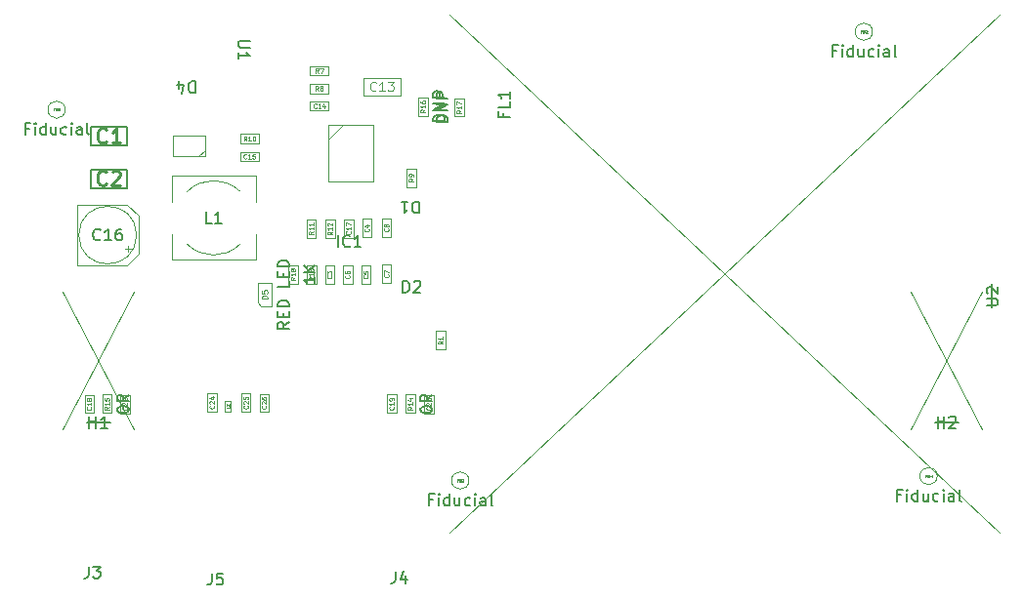
<source format=gbr>
G04 #@! TF.GenerationSoftware,KiCad,Pcbnew,9.0.0*
G04 #@! TF.CreationDate,2025-08-29T11:38:16+03:00*
G04 #@! TF.ProjectId,GSM_PCBSMAFRAHT,47534d5f-5043-4425-934d-414652414854,rev?*
G04 #@! TF.SameCoordinates,Original*
G04 #@! TF.FileFunction,AssemblyDrawing,Top*
%FSLAX46Y46*%
G04 Gerber Fmt 4.6, Leading zero omitted, Abs format (unit mm)*
G04 Created by KiCad (PCBNEW 9.0.0) date 2025-08-29 11:38:16*
%MOMM*%
%LPD*%
G01*
G04 APERTURE LIST*
%ADD10C,0.060000*%
%ADD11C,0.150000*%
%ADD12C,0.040000*%
%ADD13C,0.120000*%
%ADD14C,0.254000*%
%ADD15C,0.080000*%
%ADD16C,0.100000*%
%ADD17C,0.200000*%
G04 APERTURE END LIST*
D10*
X103463832Y-98981666D02*
X103482880Y-99000714D01*
X103482880Y-99000714D02*
X103501927Y-99057856D01*
X103501927Y-99057856D02*
X103501927Y-99095952D01*
X103501927Y-99095952D02*
X103482880Y-99153095D01*
X103482880Y-99153095D02*
X103444784Y-99191190D01*
X103444784Y-99191190D02*
X103406689Y-99210237D01*
X103406689Y-99210237D02*
X103330499Y-99229285D01*
X103330499Y-99229285D02*
X103273356Y-99229285D01*
X103273356Y-99229285D02*
X103197165Y-99210237D01*
X103197165Y-99210237D02*
X103159070Y-99191190D01*
X103159070Y-99191190D02*
X103120975Y-99153095D01*
X103120975Y-99153095D02*
X103101927Y-99095952D01*
X103101927Y-99095952D02*
X103101927Y-99057856D01*
X103101927Y-99057856D02*
X103120975Y-99000714D01*
X103120975Y-99000714D02*
X103140022Y-98981666D01*
X103101927Y-98619761D02*
X103101927Y-98810237D01*
X103101927Y-98810237D02*
X103292403Y-98829285D01*
X103292403Y-98829285D02*
X103273356Y-98810237D01*
X103273356Y-98810237D02*
X103254308Y-98772142D01*
X103254308Y-98772142D02*
X103254308Y-98676904D01*
X103254308Y-98676904D02*
X103273356Y-98638809D01*
X103273356Y-98638809D02*
X103292403Y-98619761D01*
X103292403Y-98619761D02*
X103330499Y-98600714D01*
X103330499Y-98600714D02*
X103425737Y-98600714D01*
X103425737Y-98600714D02*
X103463832Y-98619761D01*
X103463832Y-98619761D02*
X103482880Y-98638809D01*
X103482880Y-98638809D02*
X103501927Y-98676904D01*
X103501927Y-98676904D02*
X103501927Y-98772142D01*
X103501927Y-98772142D02*
X103482880Y-98810237D01*
X103482880Y-98810237D02*
X103463832Y-98829285D01*
X90143832Y-110262142D02*
X90162880Y-110281190D01*
X90162880Y-110281190D02*
X90181927Y-110338332D01*
X90181927Y-110338332D02*
X90181927Y-110376428D01*
X90181927Y-110376428D02*
X90162880Y-110433571D01*
X90162880Y-110433571D02*
X90124784Y-110471666D01*
X90124784Y-110471666D02*
X90086689Y-110490713D01*
X90086689Y-110490713D02*
X90010499Y-110509761D01*
X90010499Y-110509761D02*
X89953356Y-110509761D01*
X89953356Y-110509761D02*
X89877165Y-110490713D01*
X89877165Y-110490713D02*
X89839070Y-110471666D01*
X89839070Y-110471666D02*
X89800975Y-110433571D01*
X89800975Y-110433571D02*
X89781927Y-110376428D01*
X89781927Y-110376428D02*
X89781927Y-110338332D01*
X89781927Y-110338332D02*
X89800975Y-110281190D01*
X89800975Y-110281190D02*
X89820022Y-110262142D01*
X89820022Y-110109761D02*
X89800975Y-110090713D01*
X89800975Y-110090713D02*
X89781927Y-110052618D01*
X89781927Y-110052618D02*
X89781927Y-109957380D01*
X89781927Y-109957380D02*
X89800975Y-109919285D01*
X89800975Y-109919285D02*
X89820022Y-109900237D01*
X89820022Y-109900237D02*
X89858118Y-109881190D01*
X89858118Y-109881190D02*
X89896213Y-109881190D01*
X89896213Y-109881190D02*
X89953356Y-109900237D01*
X89953356Y-109900237D02*
X90181927Y-110128809D01*
X90181927Y-110128809D02*
X90181927Y-109881190D01*
X89915260Y-109538333D02*
X90181927Y-109538333D01*
X89762880Y-109633571D02*
X90048594Y-109728809D01*
X90048594Y-109728809D02*
X90048594Y-109481190D01*
D11*
X149709047Y-118025509D02*
X149375714Y-118025509D01*
X149375714Y-118549319D02*
X149375714Y-117549319D01*
X149375714Y-117549319D02*
X149851904Y-117549319D01*
X150232857Y-118549319D02*
X150232857Y-117882652D01*
X150232857Y-117549319D02*
X150185238Y-117596938D01*
X150185238Y-117596938D02*
X150232857Y-117644557D01*
X150232857Y-117644557D02*
X150280476Y-117596938D01*
X150280476Y-117596938D02*
X150232857Y-117549319D01*
X150232857Y-117549319D02*
X150232857Y-117644557D01*
X151137618Y-118549319D02*
X151137618Y-117549319D01*
X151137618Y-118501700D02*
X151042380Y-118549319D01*
X151042380Y-118549319D02*
X150851904Y-118549319D01*
X150851904Y-118549319D02*
X150756666Y-118501700D01*
X150756666Y-118501700D02*
X150709047Y-118454080D01*
X150709047Y-118454080D02*
X150661428Y-118358842D01*
X150661428Y-118358842D02*
X150661428Y-118073128D01*
X150661428Y-118073128D02*
X150709047Y-117977890D01*
X150709047Y-117977890D02*
X150756666Y-117930271D01*
X150756666Y-117930271D02*
X150851904Y-117882652D01*
X150851904Y-117882652D02*
X151042380Y-117882652D01*
X151042380Y-117882652D02*
X151137618Y-117930271D01*
X152042380Y-117882652D02*
X152042380Y-118549319D01*
X151613809Y-117882652D02*
X151613809Y-118406461D01*
X151613809Y-118406461D02*
X151661428Y-118501700D01*
X151661428Y-118501700D02*
X151756666Y-118549319D01*
X151756666Y-118549319D02*
X151899523Y-118549319D01*
X151899523Y-118549319D02*
X151994761Y-118501700D01*
X151994761Y-118501700D02*
X152042380Y-118454080D01*
X152947142Y-118501700D02*
X152851904Y-118549319D01*
X152851904Y-118549319D02*
X152661428Y-118549319D01*
X152661428Y-118549319D02*
X152566190Y-118501700D01*
X152566190Y-118501700D02*
X152518571Y-118454080D01*
X152518571Y-118454080D02*
X152470952Y-118358842D01*
X152470952Y-118358842D02*
X152470952Y-118073128D01*
X152470952Y-118073128D02*
X152518571Y-117977890D01*
X152518571Y-117977890D02*
X152566190Y-117930271D01*
X152566190Y-117930271D02*
X152661428Y-117882652D01*
X152661428Y-117882652D02*
X152851904Y-117882652D01*
X152851904Y-117882652D02*
X152947142Y-117930271D01*
X153375714Y-118549319D02*
X153375714Y-117882652D01*
X153375714Y-117549319D02*
X153328095Y-117596938D01*
X153328095Y-117596938D02*
X153375714Y-117644557D01*
X153375714Y-117644557D02*
X153423333Y-117596938D01*
X153423333Y-117596938D02*
X153375714Y-117549319D01*
X153375714Y-117549319D02*
X153375714Y-117644557D01*
X154280475Y-118549319D02*
X154280475Y-118025509D01*
X154280475Y-118025509D02*
X154232856Y-117930271D01*
X154232856Y-117930271D02*
X154137618Y-117882652D01*
X154137618Y-117882652D02*
X153947142Y-117882652D01*
X153947142Y-117882652D02*
X153851904Y-117930271D01*
X154280475Y-118501700D02*
X154185237Y-118549319D01*
X154185237Y-118549319D02*
X153947142Y-118549319D01*
X153947142Y-118549319D02*
X153851904Y-118501700D01*
X153851904Y-118501700D02*
X153804285Y-118406461D01*
X153804285Y-118406461D02*
X153804285Y-118311223D01*
X153804285Y-118311223D02*
X153851904Y-118215985D01*
X153851904Y-118215985D02*
X153947142Y-118168366D01*
X153947142Y-118168366D02*
X154185237Y-118168366D01*
X154185237Y-118168366D02*
X154280475Y-118120747D01*
X154899523Y-118549319D02*
X154804285Y-118501700D01*
X154804285Y-118501700D02*
X154756666Y-118406461D01*
X154756666Y-118406461D02*
X154756666Y-117549319D01*
D12*
X151875714Y-116365681D02*
X151809048Y-116365681D01*
X151809048Y-116470443D02*
X151809048Y-116270443D01*
X151809048Y-116270443D02*
X151904286Y-116270443D01*
X151980477Y-116470443D02*
X151980477Y-116270443D01*
X152075715Y-116470443D02*
X152075715Y-116270443D01*
X152075715Y-116270443D02*
X152123334Y-116270443D01*
X152123334Y-116270443D02*
X152151905Y-116279967D01*
X152151905Y-116279967D02*
X152170953Y-116299015D01*
X152170953Y-116299015D02*
X152180476Y-116318062D01*
X152180476Y-116318062D02*
X152190000Y-116356158D01*
X152190000Y-116356158D02*
X152190000Y-116384729D01*
X152190000Y-116384729D02*
X152180476Y-116422824D01*
X152180476Y-116422824D02*
X152170953Y-116441872D01*
X152170953Y-116441872D02*
X152151905Y-116460920D01*
X152151905Y-116460920D02*
X152123334Y-116470443D01*
X152123334Y-116470443D02*
X152075715Y-116470443D01*
X152361429Y-116337110D02*
X152361429Y-116470443D01*
X152313810Y-116260920D02*
X152266191Y-116403777D01*
X152266191Y-116403777D02*
X152390000Y-116403777D01*
D10*
X99042857Y-84413832D02*
X99023809Y-84432880D01*
X99023809Y-84432880D02*
X98966667Y-84451927D01*
X98966667Y-84451927D02*
X98928571Y-84451927D01*
X98928571Y-84451927D02*
X98871428Y-84432880D01*
X98871428Y-84432880D02*
X98833333Y-84394784D01*
X98833333Y-84394784D02*
X98814286Y-84356689D01*
X98814286Y-84356689D02*
X98795238Y-84280499D01*
X98795238Y-84280499D02*
X98795238Y-84223356D01*
X98795238Y-84223356D02*
X98814286Y-84147165D01*
X98814286Y-84147165D02*
X98833333Y-84109070D01*
X98833333Y-84109070D02*
X98871428Y-84070975D01*
X98871428Y-84070975D02*
X98928571Y-84051927D01*
X98928571Y-84051927D02*
X98966667Y-84051927D01*
X98966667Y-84051927D02*
X99023809Y-84070975D01*
X99023809Y-84070975D02*
X99042857Y-84090022D01*
X99423809Y-84451927D02*
X99195238Y-84451927D01*
X99309524Y-84451927D02*
X99309524Y-84051927D01*
X99309524Y-84051927D02*
X99271428Y-84109070D01*
X99271428Y-84109070D02*
X99233333Y-84147165D01*
X99233333Y-84147165D02*
X99195238Y-84166213D01*
X99766666Y-84185260D02*
X99766666Y-84451927D01*
X99671428Y-84032880D02*
X99576190Y-84318594D01*
X99576190Y-84318594D02*
X99823809Y-84318594D01*
X101893832Y-98966666D02*
X101912880Y-98985714D01*
X101912880Y-98985714D02*
X101931927Y-99042856D01*
X101931927Y-99042856D02*
X101931927Y-99080952D01*
X101931927Y-99080952D02*
X101912880Y-99138095D01*
X101912880Y-99138095D02*
X101874784Y-99176190D01*
X101874784Y-99176190D02*
X101836689Y-99195237D01*
X101836689Y-99195237D02*
X101760499Y-99214285D01*
X101760499Y-99214285D02*
X101703356Y-99214285D01*
X101703356Y-99214285D02*
X101627165Y-99195237D01*
X101627165Y-99195237D02*
X101589070Y-99176190D01*
X101589070Y-99176190D02*
X101550975Y-99138095D01*
X101550975Y-99138095D02*
X101531927Y-99080952D01*
X101531927Y-99080952D02*
X101531927Y-99042856D01*
X101531927Y-99042856D02*
X101550975Y-98985714D01*
X101550975Y-98985714D02*
X101570022Y-98966666D01*
X101531927Y-98623809D02*
X101531927Y-98699999D01*
X101531927Y-98699999D02*
X101550975Y-98738095D01*
X101550975Y-98738095D02*
X101570022Y-98757142D01*
X101570022Y-98757142D02*
X101627165Y-98795237D01*
X101627165Y-98795237D02*
X101703356Y-98814285D01*
X101703356Y-98814285D02*
X101855737Y-98814285D01*
X101855737Y-98814285D02*
X101893832Y-98795237D01*
X101893832Y-98795237D02*
X101912880Y-98776190D01*
X101912880Y-98776190D02*
X101931927Y-98738095D01*
X101931927Y-98738095D02*
X101931927Y-98661904D01*
X101931927Y-98661904D02*
X101912880Y-98623809D01*
X101912880Y-98623809D02*
X101893832Y-98604761D01*
X101893832Y-98604761D02*
X101855737Y-98585714D01*
X101855737Y-98585714D02*
X101760499Y-98585714D01*
X101760499Y-98585714D02*
X101722403Y-98604761D01*
X101722403Y-98604761D02*
X101703356Y-98623809D01*
X101703356Y-98623809D02*
X101684308Y-98661904D01*
X101684308Y-98661904D02*
X101684308Y-98738095D01*
X101684308Y-98738095D02*
X101703356Y-98776190D01*
X101703356Y-98776190D02*
X101722403Y-98795237D01*
X101722403Y-98795237D02*
X101760499Y-98814285D01*
D11*
X93265180Y-78603095D02*
X92455657Y-78603095D01*
X92455657Y-78603095D02*
X92360419Y-78650714D01*
X92360419Y-78650714D02*
X92312800Y-78698333D01*
X92312800Y-78698333D02*
X92265180Y-78793571D01*
X92265180Y-78793571D02*
X92265180Y-78984047D01*
X92265180Y-78984047D02*
X92312800Y-79079285D01*
X92312800Y-79079285D02*
X92360419Y-79126904D01*
X92360419Y-79126904D02*
X92455657Y-79174523D01*
X92455657Y-79174523D02*
X93265180Y-79174523D01*
X92265180Y-80174523D02*
X92265180Y-79603095D01*
X92265180Y-79888809D02*
X93265180Y-79888809D01*
X93265180Y-79888809D02*
X93122323Y-79793571D01*
X93122323Y-79793571D02*
X93027085Y-79698333D01*
X93027085Y-79698333D02*
X92979466Y-79603095D01*
D10*
X92972857Y-88793832D02*
X92953809Y-88812880D01*
X92953809Y-88812880D02*
X92896667Y-88831927D01*
X92896667Y-88831927D02*
X92858571Y-88831927D01*
X92858571Y-88831927D02*
X92801428Y-88812880D01*
X92801428Y-88812880D02*
X92763333Y-88774784D01*
X92763333Y-88774784D02*
X92744286Y-88736689D01*
X92744286Y-88736689D02*
X92725238Y-88660499D01*
X92725238Y-88660499D02*
X92725238Y-88603356D01*
X92725238Y-88603356D02*
X92744286Y-88527165D01*
X92744286Y-88527165D02*
X92763333Y-88489070D01*
X92763333Y-88489070D02*
X92801428Y-88450975D01*
X92801428Y-88450975D02*
X92858571Y-88431927D01*
X92858571Y-88431927D02*
X92896667Y-88431927D01*
X92896667Y-88431927D02*
X92953809Y-88450975D01*
X92953809Y-88450975D02*
X92972857Y-88470022D01*
X93353809Y-88831927D02*
X93125238Y-88831927D01*
X93239524Y-88831927D02*
X93239524Y-88431927D01*
X93239524Y-88431927D02*
X93201428Y-88489070D01*
X93201428Y-88489070D02*
X93163333Y-88527165D01*
X93163333Y-88527165D02*
X93125238Y-88546213D01*
X93715714Y-88431927D02*
X93525238Y-88431927D01*
X93525238Y-88431927D02*
X93506190Y-88622403D01*
X93506190Y-88622403D02*
X93525238Y-88603356D01*
X93525238Y-88603356D02*
X93563333Y-88584308D01*
X93563333Y-88584308D02*
X93658571Y-88584308D01*
X93658571Y-88584308D02*
X93696666Y-88603356D01*
X93696666Y-88603356D02*
X93715714Y-88622403D01*
X93715714Y-88622403D02*
X93734761Y-88660499D01*
X93734761Y-88660499D02*
X93734761Y-88755737D01*
X93734761Y-88755737D02*
X93715714Y-88793832D01*
X93715714Y-88793832D02*
X93696666Y-88812880D01*
X93696666Y-88812880D02*
X93658571Y-88831927D01*
X93658571Y-88831927D02*
X93563333Y-88831927D01*
X93563333Y-88831927D02*
X93525238Y-88812880D01*
X93525238Y-88812880D02*
X93506190Y-88793832D01*
X99223333Y-82921927D02*
X99090000Y-82731451D01*
X98994762Y-82921927D02*
X98994762Y-82521927D01*
X98994762Y-82521927D02*
X99147143Y-82521927D01*
X99147143Y-82521927D02*
X99185238Y-82540975D01*
X99185238Y-82540975D02*
X99204285Y-82560022D01*
X99204285Y-82560022D02*
X99223333Y-82598118D01*
X99223333Y-82598118D02*
X99223333Y-82655260D01*
X99223333Y-82655260D02*
X99204285Y-82693356D01*
X99204285Y-82693356D02*
X99185238Y-82712403D01*
X99185238Y-82712403D02*
X99147143Y-82731451D01*
X99147143Y-82731451D02*
X98994762Y-82731451D01*
X99451904Y-82693356D02*
X99413809Y-82674308D01*
X99413809Y-82674308D02*
X99394762Y-82655260D01*
X99394762Y-82655260D02*
X99375714Y-82617165D01*
X99375714Y-82617165D02*
X99375714Y-82598118D01*
X99375714Y-82598118D02*
X99394762Y-82560022D01*
X99394762Y-82560022D02*
X99413809Y-82540975D01*
X99413809Y-82540975D02*
X99451904Y-82521927D01*
X99451904Y-82521927D02*
X99528095Y-82521927D01*
X99528095Y-82521927D02*
X99566190Y-82540975D01*
X99566190Y-82540975D02*
X99585238Y-82560022D01*
X99585238Y-82560022D02*
X99604285Y-82598118D01*
X99604285Y-82598118D02*
X99604285Y-82617165D01*
X99604285Y-82617165D02*
X99585238Y-82655260D01*
X99585238Y-82655260D02*
X99566190Y-82674308D01*
X99566190Y-82674308D02*
X99528095Y-82693356D01*
X99528095Y-82693356D02*
X99451904Y-82693356D01*
X99451904Y-82693356D02*
X99413809Y-82712403D01*
X99413809Y-82712403D02*
X99394762Y-82731451D01*
X99394762Y-82731451D02*
X99375714Y-82769546D01*
X99375714Y-82769546D02*
X99375714Y-82845737D01*
X99375714Y-82845737D02*
X99394762Y-82883832D01*
X99394762Y-82883832D02*
X99413809Y-82902880D01*
X99413809Y-82902880D02*
X99451904Y-82921927D01*
X99451904Y-82921927D02*
X99528095Y-82921927D01*
X99528095Y-82921927D02*
X99566190Y-82902880D01*
X99566190Y-82902880D02*
X99585238Y-82883832D01*
X99585238Y-82883832D02*
X99604285Y-82845737D01*
X99604285Y-82845737D02*
X99604285Y-82769546D01*
X99604285Y-82769546D02*
X99585238Y-82731451D01*
X99585238Y-82731451D02*
X99566190Y-82712403D01*
X99566190Y-82712403D02*
X99528095Y-82693356D01*
D11*
X89973333Y-94424819D02*
X89497143Y-94424819D01*
X89497143Y-94424819D02*
X89497143Y-93424819D01*
X90830476Y-94424819D02*
X90259048Y-94424819D01*
X90544762Y-94424819D02*
X90544762Y-93424819D01*
X90544762Y-93424819D02*
X90449524Y-93567676D01*
X90449524Y-93567676D02*
X90354286Y-93662914D01*
X90354286Y-93662914D02*
X90259048Y-93710533D01*
X108064819Y-110657618D02*
X108064819Y-110562380D01*
X108064819Y-110562380D02*
X108112438Y-110467142D01*
X108112438Y-110467142D02*
X108160057Y-110419523D01*
X108160057Y-110419523D02*
X108255295Y-110371904D01*
X108255295Y-110371904D02*
X108445771Y-110324285D01*
X108445771Y-110324285D02*
X108683866Y-110324285D01*
X108683866Y-110324285D02*
X108874342Y-110371904D01*
X108874342Y-110371904D02*
X108969580Y-110419523D01*
X108969580Y-110419523D02*
X109017200Y-110467142D01*
X109017200Y-110467142D02*
X109064819Y-110562380D01*
X109064819Y-110562380D02*
X109064819Y-110657618D01*
X109064819Y-110657618D02*
X109017200Y-110752856D01*
X109017200Y-110752856D02*
X108969580Y-110800475D01*
X108969580Y-110800475D02*
X108874342Y-110848094D01*
X108874342Y-110848094D02*
X108683866Y-110895713D01*
X108683866Y-110895713D02*
X108445771Y-110895713D01*
X108445771Y-110895713D02*
X108255295Y-110848094D01*
X108255295Y-110848094D02*
X108160057Y-110800475D01*
X108160057Y-110800475D02*
X108112438Y-110752856D01*
X108112438Y-110752856D02*
X108064819Y-110657618D01*
X109064819Y-109324285D02*
X108588628Y-109657618D01*
X109064819Y-109895713D02*
X108064819Y-109895713D01*
X108064819Y-109895713D02*
X108064819Y-109514761D01*
X108064819Y-109514761D02*
X108112438Y-109419523D01*
X108112438Y-109419523D02*
X108160057Y-109371904D01*
X108160057Y-109371904D02*
X108255295Y-109324285D01*
X108255295Y-109324285D02*
X108398152Y-109324285D01*
X108398152Y-109324285D02*
X108493390Y-109371904D01*
X108493390Y-109371904D02*
X108541009Y-109419523D01*
X108541009Y-109419523D02*
X108588628Y-109514761D01*
X108588628Y-109514761D02*
X108588628Y-109895713D01*
D10*
X107361927Y-110367142D02*
X107171451Y-110500475D01*
X107361927Y-110595713D02*
X106961927Y-110595713D01*
X106961927Y-110595713D02*
X106961927Y-110443332D01*
X106961927Y-110443332D02*
X106980975Y-110405237D01*
X106980975Y-110405237D02*
X107000022Y-110386190D01*
X107000022Y-110386190D02*
X107038118Y-110367142D01*
X107038118Y-110367142D02*
X107095260Y-110367142D01*
X107095260Y-110367142D02*
X107133356Y-110386190D01*
X107133356Y-110386190D02*
X107152403Y-110405237D01*
X107152403Y-110405237D02*
X107171451Y-110443332D01*
X107171451Y-110443332D02*
X107171451Y-110595713D01*
X107361927Y-109986190D02*
X107361927Y-110214761D01*
X107361927Y-110100475D02*
X106961927Y-110100475D01*
X106961927Y-110100475D02*
X107019070Y-110138571D01*
X107019070Y-110138571D02*
X107057165Y-110176666D01*
X107057165Y-110176666D02*
X107076213Y-110214761D01*
X107095260Y-109643333D02*
X107361927Y-109643333D01*
X106942880Y-109738571D02*
X107228594Y-109833809D01*
X107228594Y-109833809D02*
X107228594Y-109586190D01*
D11*
X88528094Y-82135180D02*
X88528094Y-83135180D01*
X88528094Y-83135180D02*
X88289999Y-83135180D01*
X88289999Y-83135180D02*
X88147142Y-83087561D01*
X88147142Y-83087561D02*
X88051904Y-82992323D01*
X88051904Y-82992323D02*
X88004285Y-82897085D01*
X88004285Y-82897085D02*
X87956666Y-82706609D01*
X87956666Y-82706609D02*
X87956666Y-82563752D01*
X87956666Y-82563752D02*
X88004285Y-82373276D01*
X88004285Y-82373276D02*
X88051904Y-82278038D01*
X88051904Y-82278038D02*
X88147142Y-82182800D01*
X88147142Y-82182800D02*
X88289999Y-82135180D01*
X88289999Y-82135180D02*
X88528094Y-82135180D01*
X87099523Y-82801847D02*
X87099523Y-82135180D01*
X87337618Y-83182800D02*
X87575713Y-82468514D01*
X87575713Y-82468514D02*
X86956666Y-82468514D01*
X107918094Y-92555180D02*
X107918094Y-93555180D01*
X107918094Y-93555180D02*
X107679999Y-93555180D01*
X107679999Y-93555180D02*
X107537142Y-93507561D01*
X107537142Y-93507561D02*
X107441904Y-93412323D01*
X107441904Y-93412323D02*
X107394285Y-93317085D01*
X107394285Y-93317085D02*
X107346666Y-93126609D01*
X107346666Y-93126609D02*
X107346666Y-92983752D01*
X107346666Y-92983752D02*
X107394285Y-92793276D01*
X107394285Y-92793276D02*
X107441904Y-92698038D01*
X107441904Y-92698038D02*
X107537142Y-92602800D01*
X107537142Y-92602800D02*
X107679999Y-92555180D01*
X107679999Y-92555180D02*
X107918094Y-92555180D01*
X106394285Y-92555180D02*
X106965713Y-92555180D01*
X106679999Y-92555180D02*
X106679999Y-93555180D01*
X106679999Y-93555180D02*
X106775237Y-93412323D01*
X106775237Y-93412323D02*
X106870475Y-93317085D01*
X106870475Y-93317085D02*
X106965713Y-93269466D01*
D10*
X105713832Y-110357142D02*
X105732880Y-110376190D01*
X105732880Y-110376190D02*
X105751927Y-110433332D01*
X105751927Y-110433332D02*
X105751927Y-110471428D01*
X105751927Y-110471428D02*
X105732880Y-110528571D01*
X105732880Y-110528571D02*
X105694784Y-110566666D01*
X105694784Y-110566666D02*
X105656689Y-110585713D01*
X105656689Y-110585713D02*
X105580499Y-110604761D01*
X105580499Y-110604761D02*
X105523356Y-110604761D01*
X105523356Y-110604761D02*
X105447165Y-110585713D01*
X105447165Y-110585713D02*
X105409070Y-110566666D01*
X105409070Y-110566666D02*
X105370975Y-110528571D01*
X105370975Y-110528571D02*
X105351927Y-110471428D01*
X105351927Y-110471428D02*
X105351927Y-110433332D01*
X105351927Y-110433332D02*
X105370975Y-110376190D01*
X105370975Y-110376190D02*
X105390022Y-110357142D01*
X105751927Y-109976190D02*
X105751927Y-110204761D01*
X105751927Y-110090475D02*
X105351927Y-110090475D01*
X105351927Y-110090475D02*
X105409070Y-110128571D01*
X105409070Y-110128571D02*
X105447165Y-110166666D01*
X105447165Y-110166666D02*
X105466213Y-110204761D01*
X105751927Y-109785714D02*
X105751927Y-109709523D01*
X105751927Y-109709523D02*
X105732880Y-109671428D01*
X105732880Y-109671428D02*
X105713832Y-109652380D01*
X105713832Y-109652380D02*
X105656689Y-109614285D01*
X105656689Y-109614285D02*
X105580499Y-109595238D01*
X105580499Y-109595238D02*
X105428118Y-109595238D01*
X105428118Y-109595238D02*
X105390022Y-109614285D01*
X105390022Y-109614285D02*
X105370975Y-109633333D01*
X105370975Y-109633333D02*
X105351927Y-109671428D01*
X105351927Y-109671428D02*
X105351927Y-109747619D01*
X105351927Y-109747619D02*
X105370975Y-109785714D01*
X105370975Y-109785714D02*
X105390022Y-109804761D01*
X105390022Y-109804761D02*
X105428118Y-109823809D01*
X105428118Y-109823809D02*
X105523356Y-109823809D01*
X105523356Y-109823809D02*
X105561451Y-109804761D01*
X105561451Y-109804761D02*
X105580499Y-109785714D01*
X105580499Y-109785714D02*
X105599546Y-109747619D01*
X105599546Y-109747619D02*
X105599546Y-109671428D01*
X105599546Y-109671428D02*
X105580499Y-109633333D01*
X105580499Y-109633333D02*
X105561451Y-109614285D01*
X105561451Y-109614285D02*
X105523356Y-109595238D01*
D11*
X74149047Y-86225509D02*
X73815714Y-86225509D01*
X73815714Y-86749319D02*
X73815714Y-85749319D01*
X73815714Y-85749319D02*
X74291904Y-85749319D01*
X74672857Y-86749319D02*
X74672857Y-86082652D01*
X74672857Y-85749319D02*
X74625238Y-85796938D01*
X74625238Y-85796938D02*
X74672857Y-85844557D01*
X74672857Y-85844557D02*
X74720476Y-85796938D01*
X74720476Y-85796938D02*
X74672857Y-85749319D01*
X74672857Y-85749319D02*
X74672857Y-85844557D01*
X75577618Y-86749319D02*
X75577618Y-85749319D01*
X75577618Y-86701700D02*
X75482380Y-86749319D01*
X75482380Y-86749319D02*
X75291904Y-86749319D01*
X75291904Y-86749319D02*
X75196666Y-86701700D01*
X75196666Y-86701700D02*
X75149047Y-86654080D01*
X75149047Y-86654080D02*
X75101428Y-86558842D01*
X75101428Y-86558842D02*
X75101428Y-86273128D01*
X75101428Y-86273128D02*
X75149047Y-86177890D01*
X75149047Y-86177890D02*
X75196666Y-86130271D01*
X75196666Y-86130271D02*
X75291904Y-86082652D01*
X75291904Y-86082652D02*
X75482380Y-86082652D01*
X75482380Y-86082652D02*
X75577618Y-86130271D01*
X76482380Y-86082652D02*
X76482380Y-86749319D01*
X76053809Y-86082652D02*
X76053809Y-86606461D01*
X76053809Y-86606461D02*
X76101428Y-86701700D01*
X76101428Y-86701700D02*
X76196666Y-86749319D01*
X76196666Y-86749319D02*
X76339523Y-86749319D01*
X76339523Y-86749319D02*
X76434761Y-86701700D01*
X76434761Y-86701700D02*
X76482380Y-86654080D01*
X77387142Y-86701700D02*
X77291904Y-86749319D01*
X77291904Y-86749319D02*
X77101428Y-86749319D01*
X77101428Y-86749319D02*
X77006190Y-86701700D01*
X77006190Y-86701700D02*
X76958571Y-86654080D01*
X76958571Y-86654080D02*
X76910952Y-86558842D01*
X76910952Y-86558842D02*
X76910952Y-86273128D01*
X76910952Y-86273128D02*
X76958571Y-86177890D01*
X76958571Y-86177890D02*
X77006190Y-86130271D01*
X77006190Y-86130271D02*
X77101428Y-86082652D01*
X77101428Y-86082652D02*
X77291904Y-86082652D01*
X77291904Y-86082652D02*
X77387142Y-86130271D01*
X77815714Y-86749319D02*
X77815714Y-86082652D01*
X77815714Y-85749319D02*
X77768095Y-85796938D01*
X77768095Y-85796938D02*
X77815714Y-85844557D01*
X77815714Y-85844557D02*
X77863333Y-85796938D01*
X77863333Y-85796938D02*
X77815714Y-85749319D01*
X77815714Y-85749319D02*
X77815714Y-85844557D01*
X78720475Y-86749319D02*
X78720475Y-86225509D01*
X78720475Y-86225509D02*
X78672856Y-86130271D01*
X78672856Y-86130271D02*
X78577618Y-86082652D01*
X78577618Y-86082652D02*
X78387142Y-86082652D01*
X78387142Y-86082652D02*
X78291904Y-86130271D01*
X78720475Y-86701700D02*
X78625237Y-86749319D01*
X78625237Y-86749319D02*
X78387142Y-86749319D01*
X78387142Y-86749319D02*
X78291904Y-86701700D01*
X78291904Y-86701700D02*
X78244285Y-86606461D01*
X78244285Y-86606461D02*
X78244285Y-86511223D01*
X78244285Y-86511223D02*
X78291904Y-86415985D01*
X78291904Y-86415985D02*
X78387142Y-86368366D01*
X78387142Y-86368366D02*
X78625237Y-86368366D01*
X78625237Y-86368366D02*
X78720475Y-86320747D01*
X79339523Y-86749319D02*
X79244285Y-86701700D01*
X79244285Y-86701700D02*
X79196666Y-86606461D01*
X79196666Y-86606461D02*
X79196666Y-85749319D01*
D12*
X76315714Y-84565681D02*
X76249048Y-84565681D01*
X76249048Y-84670443D02*
X76249048Y-84470443D01*
X76249048Y-84470443D02*
X76344286Y-84470443D01*
X76420477Y-84670443D02*
X76420477Y-84470443D01*
X76515715Y-84670443D02*
X76515715Y-84470443D01*
X76515715Y-84470443D02*
X76563334Y-84470443D01*
X76563334Y-84470443D02*
X76591905Y-84479967D01*
X76591905Y-84479967D02*
X76610953Y-84499015D01*
X76610953Y-84499015D02*
X76620476Y-84518062D01*
X76620476Y-84518062D02*
X76630000Y-84556158D01*
X76630000Y-84556158D02*
X76630000Y-84584729D01*
X76630000Y-84584729D02*
X76620476Y-84622824D01*
X76620476Y-84622824D02*
X76610953Y-84641872D01*
X76610953Y-84641872D02*
X76591905Y-84660920D01*
X76591905Y-84660920D02*
X76563334Y-84670443D01*
X76563334Y-84670443D02*
X76515715Y-84670443D01*
X76820476Y-84670443D02*
X76706191Y-84670443D01*
X76763334Y-84670443D02*
X76763334Y-84470443D01*
X76763334Y-84470443D02*
X76744286Y-84499015D01*
X76744286Y-84499015D02*
X76725238Y-84518062D01*
X76725238Y-84518062D02*
X76706191Y-84527586D01*
D11*
X115260627Y-84864615D02*
X115260627Y-85197948D01*
X115784437Y-85197948D02*
X114784437Y-85197948D01*
X114784437Y-85197948D02*
X114784437Y-84721758D01*
X115784437Y-83864615D02*
X115784437Y-84340805D01*
X115784437Y-84340805D02*
X114784437Y-84340805D01*
X115784437Y-83007472D02*
X115784437Y-83578900D01*
X115784437Y-83293186D02*
X114784437Y-83293186D01*
X114784437Y-83293186D02*
X114927294Y-83388424D01*
X114927294Y-83388424D02*
X115022532Y-83483662D01*
X115022532Y-83483662D02*
X115070151Y-83578900D01*
X81774819Y-110657618D02*
X81774819Y-110562380D01*
X81774819Y-110562380D02*
X81822438Y-110467142D01*
X81822438Y-110467142D02*
X81870057Y-110419523D01*
X81870057Y-110419523D02*
X81965295Y-110371904D01*
X81965295Y-110371904D02*
X82155771Y-110324285D01*
X82155771Y-110324285D02*
X82393866Y-110324285D01*
X82393866Y-110324285D02*
X82584342Y-110371904D01*
X82584342Y-110371904D02*
X82679580Y-110419523D01*
X82679580Y-110419523D02*
X82727200Y-110467142D01*
X82727200Y-110467142D02*
X82774819Y-110562380D01*
X82774819Y-110562380D02*
X82774819Y-110657618D01*
X82774819Y-110657618D02*
X82727200Y-110752856D01*
X82727200Y-110752856D02*
X82679580Y-110800475D01*
X82679580Y-110800475D02*
X82584342Y-110848094D01*
X82584342Y-110848094D02*
X82393866Y-110895713D01*
X82393866Y-110895713D02*
X82155771Y-110895713D01*
X82155771Y-110895713D02*
X81965295Y-110848094D01*
X81965295Y-110848094D02*
X81870057Y-110800475D01*
X81870057Y-110800475D02*
X81822438Y-110752856D01*
X81822438Y-110752856D02*
X81774819Y-110657618D01*
X82774819Y-109324285D02*
X82298628Y-109657618D01*
X82774819Y-109895713D02*
X81774819Y-109895713D01*
X81774819Y-109895713D02*
X81774819Y-109514761D01*
X81774819Y-109514761D02*
X81822438Y-109419523D01*
X81822438Y-109419523D02*
X81870057Y-109371904D01*
X81870057Y-109371904D02*
X81965295Y-109324285D01*
X81965295Y-109324285D02*
X82108152Y-109324285D01*
X82108152Y-109324285D02*
X82203390Y-109371904D01*
X82203390Y-109371904D02*
X82251009Y-109419523D01*
X82251009Y-109419523D02*
X82298628Y-109514761D01*
X82298628Y-109514761D02*
X82298628Y-109895713D01*
D10*
X81071927Y-110367142D02*
X80881451Y-110500475D01*
X81071927Y-110595713D02*
X80671927Y-110595713D01*
X80671927Y-110595713D02*
X80671927Y-110443332D01*
X80671927Y-110443332D02*
X80690975Y-110405237D01*
X80690975Y-110405237D02*
X80710022Y-110386190D01*
X80710022Y-110386190D02*
X80748118Y-110367142D01*
X80748118Y-110367142D02*
X80805260Y-110367142D01*
X80805260Y-110367142D02*
X80843356Y-110386190D01*
X80843356Y-110386190D02*
X80862403Y-110405237D01*
X80862403Y-110405237D02*
X80881451Y-110443332D01*
X80881451Y-110443332D02*
X80881451Y-110595713D01*
X81071927Y-109986190D02*
X81071927Y-110214761D01*
X81071927Y-110100475D02*
X80671927Y-110100475D01*
X80671927Y-110100475D02*
X80729070Y-110138571D01*
X80729070Y-110138571D02*
X80767165Y-110176666D01*
X80767165Y-110176666D02*
X80786213Y-110214761D01*
X80671927Y-109624285D02*
X80671927Y-109814761D01*
X80671927Y-109814761D02*
X80862403Y-109833809D01*
X80862403Y-109833809D02*
X80843356Y-109814761D01*
X80843356Y-109814761D02*
X80824308Y-109776666D01*
X80824308Y-109776666D02*
X80824308Y-109681428D01*
X80824308Y-109681428D02*
X80843356Y-109643333D01*
X80843356Y-109643333D02*
X80862403Y-109624285D01*
X80862403Y-109624285D02*
X80900499Y-109605238D01*
X80900499Y-109605238D02*
X80995737Y-109605238D01*
X80995737Y-109605238D02*
X81033832Y-109624285D01*
X81033832Y-109624285D02*
X81052880Y-109643333D01*
X81052880Y-109643333D02*
X81071927Y-109681428D01*
X81071927Y-109681428D02*
X81071927Y-109776666D01*
X81071927Y-109776666D02*
X81052880Y-109814761D01*
X81052880Y-109814761D02*
X81033832Y-109833809D01*
X105253832Y-94896666D02*
X105272880Y-94915714D01*
X105272880Y-94915714D02*
X105291927Y-94972856D01*
X105291927Y-94972856D02*
X105291927Y-95010952D01*
X105291927Y-95010952D02*
X105272880Y-95068095D01*
X105272880Y-95068095D02*
X105234784Y-95106190D01*
X105234784Y-95106190D02*
X105196689Y-95125237D01*
X105196689Y-95125237D02*
X105120499Y-95144285D01*
X105120499Y-95144285D02*
X105063356Y-95144285D01*
X105063356Y-95144285D02*
X104987165Y-95125237D01*
X104987165Y-95125237D02*
X104949070Y-95106190D01*
X104949070Y-95106190D02*
X104910975Y-95068095D01*
X104910975Y-95068095D02*
X104891927Y-95010952D01*
X104891927Y-95010952D02*
X104891927Y-94972856D01*
X104891927Y-94972856D02*
X104910975Y-94915714D01*
X104910975Y-94915714D02*
X104930022Y-94896666D01*
X105063356Y-94668095D02*
X105044308Y-94706190D01*
X105044308Y-94706190D02*
X105025260Y-94725237D01*
X105025260Y-94725237D02*
X104987165Y-94744285D01*
X104987165Y-94744285D02*
X104968118Y-94744285D01*
X104968118Y-94744285D02*
X104930022Y-94725237D01*
X104930022Y-94725237D02*
X104910975Y-94706190D01*
X104910975Y-94706190D02*
X104891927Y-94668095D01*
X104891927Y-94668095D02*
X104891927Y-94591904D01*
X104891927Y-94591904D02*
X104910975Y-94553809D01*
X104910975Y-94553809D02*
X104930022Y-94534761D01*
X104930022Y-94534761D02*
X104968118Y-94515714D01*
X104968118Y-94515714D02*
X104987165Y-94515714D01*
X104987165Y-94515714D02*
X105025260Y-94534761D01*
X105025260Y-94534761D02*
X105044308Y-94553809D01*
X105044308Y-94553809D02*
X105063356Y-94591904D01*
X105063356Y-94591904D02*
X105063356Y-94668095D01*
X105063356Y-94668095D02*
X105082403Y-94706190D01*
X105082403Y-94706190D02*
X105101451Y-94725237D01*
X105101451Y-94725237D02*
X105139546Y-94744285D01*
X105139546Y-94744285D02*
X105215737Y-94744285D01*
X105215737Y-94744285D02*
X105253832Y-94725237D01*
X105253832Y-94725237D02*
X105272880Y-94706190D01*
X105272880Y-94706190D02*
X105291927Y-94668095D01*
X105291927Y-94668095D02*
X105291927Y-94591904D01*
X105291927Y-94591904D02*
X105272880Y-94553809D01*
X105272880Y-94553809D02*
X105253832Y-94534761D01*
X105253832Y-94534761D02*
X105215737Y-94515714D01*
X105215737Y-94515714D02*
X105139546Y-94515714D01*
X105139546Y-94515714D02*
X105101451Y-94534761D01*
X105101451Y-94534761D02*
X105082403Y-94553809D01*
X105082403Y-94553809D02*
X105063356Y-94591904D01*
D11*
X144099047Y-79465509D02*
X143765714Y-79465509D01*
X143765714Y-79989319D02*
X143765714Y-78989319D01*
X143765714Y-78989319D02*
X144241904Y-78989319D01*
X144622857Y-79989319D02*
X144622857Y-79322652D01*
X144622857Y-78989319D02*
X144575238Y-79036938D01*
X144575238Y-79036938D02*
X144622857Y-79084557D01*
X144622857Y-79084557D02*
X144670476Y-79036938D01*
X144670476Y-79036938D02*
X144622857Y-78989319D01*
X144622857Y-78989319D02*
X144622857Y-79084557D01*
X145527618Y-79989319D02*
X145527618Y-78989319D01*
X145527618Y-79941700D02*
X145432380Y-79989319D01*
X145432380Y-79989319D02*
X145241904Y-79989319D01*
X145241904Y-79989319D02*
X145146666Y-79941700D01*
X145146666Y-79941700D02*
X145099047Y-79894080D01*
X145099047Y-79894080D02*
X145051428Y-79798842D01*
X145051428Y-79798842D02*
X145051428Y-79513128D01*
X145051428Y-79513128D02*
X145099047Y-79417890D01*
X145099047Y-79417890D02*
X145146666Y-79370271D01*
X145146666Y-79370271D02*
X145241904Y-79322652D01*
X145241904Y-79322652D02*
X145432380Y-79322652D01*
X145432380Y-79322652D02*
X145527618Y-79370271D01*
X146432380Y-79322652D02*
X146432380Y-79989319D01*
X146003809Y-79322652D02*
X146003809Y-79846461D01*
X146003809Y-79846461D02*
X146051428Y-79941700D01*
X146051428Y-79941700D02*
X146146666Y-79989319D01*
X146146666Y-79989319D02*
X146289523Y-79989319D01*
X146289523Y-79989319D02*
X146384761Y-79941700D01*
X146384761Y-79941700D02*
X146432380Y-79894080D01*
X147337142Y-79941700D02*
X147241904Y-79989319D01*
X147241904Y-79989319D02*
X147051428Y-79989319D01*
X147051428Y-79989319D02*
X146956190Y-79941700D01*
X146956190Y-79941700D02*
X146908571Y-79894080D01*
X146908571Y-79894080D02*
X146860952Y-79798842D01*
X146860952Y-79798842D02*
X146860952Y-79513128D01*
X146860952Y-79513128D02*
X146908571Y-79417890D01*
X146908571Y-79417890D02*
X146956190Y-79370271D01*
X146956190Y-79370271D02*
X147051428Y-79322652D01*
X147051428Y-79322652D02*
X147241904Y-79322652D01*
X147241904Y-79322652D02*
X147337142Y-79370271D01*
X147765714Y-79989319D02*
X147765714Y-79322652D01*
X147765714Y-78989319D02*
X147718095Y-79036938D01*
X147718095Y-79036938D02*
X147765714Y-79084557D01*
X147765714Y-79084557D02*
X147813333Y-79036938D01*
X147813333Y-79036938D02*
X147765714Y-78989319D01*
X147765714Y-78989319D02*
X147765714Y-79084557D01*
X148670475Y-79989319D02*
X148670475Y-79465509D01*
X148670475Y-79465509D02*
X148622856Y-79370271D01*
X148622856Y-79370271D02*
X148527618Y-79322652D01*
X148527618Y-79322652D02*
X148337142Y-79322652D01*
X148337142Y-79322652D02*
X148241904Y-79370271D01*
X148670475Y-79941700D02*
X148575237Y-79989319D01*
X148575237Y-79989319D02*
X148337142Y-79989319D01*
X148337142Y-79989319D02*
X148241904Y-79941700D01*
X148241904Y-79941700D02*
X148194285Y-79846461D01*
X148194285Y-79846461D02*
X148194285Y-79751223D01*
X148194285Y-79751223D02*
X148241904Y-79655985D01*
X148241904Y-79655985D02*
X148337142Y-79608366D01*
X148337142Y-79608366D02*
X148575237Y-79608366D01*
X148575237Y-79608366D02*
X148670475Y-79560747D01*
X149289523Y-79989319D02*
X149194285Y-79941700D01*
X149194285Y-79941700D02*
X149146666Y-79846461D01*
X149146666Y-79846461D02*
X149146666Y-78989319D01*
D12*
X146265714Y-77805681D02*
X146199048Y-77805681D01*
X146199048Y-77910443D02*
X146199048Y-77710443D01*
X146199048Y-77710443D02*
X146294286Y-77710443D01*
X146370477Y-77910443D02*
X146370477Y-77710443D01*
X146465715Y-77910443D02*
X146465715Y-77710443D01*
X146465715Y-77710443D02*
X146513334Y-77710443D01*
X146513334Y-77710443D02*
X146541905Y-77719967D01*
X146541905Y-77719967D02*
X146560953Y-77739015D01*
X146560953Y-77739015D02*
X146570476Y-77758062D01*
X146570476Y-77758062D02*
X146580000Y-77796158D01*
X146580000Y-77796158D02*
X146580000Y-77824729D01*
X146580000Y-77824729D02*
X146570476Y-77862824D01*
X146570476Y-77862824D02*
X146560953Y-77881872D01*
X146560953Y-77881872D02*
X146541905Y-77900920D01*
X146541905Y-77900920D02*
X146513334Y-77910443D01*
X146513334Y-77910443D02*
X146465715Y-77910443D01*
X146656191Y-77729491D02*
X146665715Y-77719967D01*
X146665715Y-77719967D02*
X146684762Y-77710443D01*
X146684762Y-77710443D02*
X146732381Y-77710443D01*
X146732381Y-77710443D02*
X146751429Y-77719967D01*
X146751429Y-77719967D02*
X146760953Y-77729491D01*
X146760953Y-77729491D02*
X146770476Y-77748539D01*
X146770476Y-77748539D02*
X146770476Y-77767586D01*
X146770476Y-77767586D02*
X146760953Y-77796158D01*
X146760953Y-77796158D02*
X146646667Y-77910443D01*
X146646667Y-77910443D02*
X146770476Y-77910443D01*
D11*
X79368095Y-112204819D02*
X79368095Y-111204819D01*
X79368095Y-111681009D02*
X79939523Y-111681009D01*
X79939523Y-112204819D02*
X79939523Y-111204819D01*
X80939523Y-112204819D02*
X80368095Y-112204819D01*
X80653809Y-112204819D02*
X80653809Y-111204819D01*
X80653809Y-111204819D02*
X80558571Y-111347676D01*
X80558571Y-111347676D02*
X80463333Y-111442914D01*
X80463333Y-111442914D02*
X80368095Y-111490533D01*
X79143095Y-111705532D02*
X81158814Y-111705532D01*
X105886666Y-124664819D02*
X105886666Y-125379104D01*
X105886666Y-125379104D02*
X105839047Y-125521961D01*
X105839047Y-125521961D02*
X105743809Y-125617200D01*
X105743809Y-125617200D02*
X105600952Y-125664819D01*
X105600952Y-125664819D02*
X105505714Y-125664819D01*
X106791428Y-124998152D02*
X106791428Y-125664819D01*
X106553333Y-124617200D02*
X106315238Y-125331485D01*
X106315238Y-125331485D02*
X106934285Y-125331485D01*
D10*
X94653832Y-110287142D02*
X94672880Y-110306190D01*
X94672880Y-110306190D02*
X94691927Y-110363332D01*
X94691927Y-110363332D02*
X94691927Y-110401428D01*
X94691927Y-110401428D02*
X94672880Y-110458571D01*
X94672880Y-110458571D02*
X94634784Y-110496666D01*
X94634784Y-110496666D02*
X94596689Y-110515713D01*
X94596689Y-110515713D02*
X94520499Y-110534761D01*
X94520499Y-110534761D02*
X94463356Y-110534761D01*
X94463356Y-110534761D02*
X94387165Y-110515713D01*
X94387165Y-110515713D02*
X94349070Y-110496666D01*
X94349070Y-110496666D02*
X94310975Y-110458571D01*
X94310975Y-110458571D02*
X94291927Y-110401428D01*
X94291927Y-110401428D02*
X94291927Y-110363332D01*
X94291927Y-110363332D02*
X94310975Y-110306190D01*
X94310975Y-110306190D02*
X94330022Y-110287142D01*
X94330022Y-110134761D02*
X94310975Y-110115713D01*
X94310975Y-110115713D02*
X94291927Y-110077618D01*
X94291927Y-110077618D02*
X94291927Y-109982380D01*
X94291927Y-109982380D02*
X94310975Y-109944285D01*
X94310975Y-109944285D02*
X94330022Y-109925237D01*
X94330022Y-109925237D02*
X94368118Y-109906190D01*
X94368118Y-109906190D02*
X94406213Y-109906190D01*
X94406213Y-109906190D02*
X94463356Y-109925237D01*
X94463356Y-109925237D02*
X94691927Y-110153809D01*
X94691927Y-110153809D02*
X94691927Y-109906190D01*
X94291927Y-109563333D02*
X94291927Y-109639523D01*
X94291927Y-109639523D02*
X94310975Y-109677619D01*
X94310975Y-109677619D02*
X94330022Y-109696666D01*
X94330022Y-109696666D02*
X94387165Y-109734761D01*
X94387165Y-109734761D02*
X94463356Y-109753809D01*
X94463356Y-109753809D02*
X94615737Y-109753809D01*
X94615737Y-109753809D02*
X94653832Y-109734761D01*
X94653832Y-109734761D02*
X94672880Y-109715714D01*
X94672880Y-109715714D02*
X94691927Y-109677619D01*
X94691927Y-109677619D02*
X94691927Y-109601428D01*
X94691927Y-109601428D02*
X94672880Y-109563333D01*
X94672880Y-109563333D02*
X94653832Y-109544285D01*
X94653832Y-109544285D02*
X94615737Y-109525238D01*
X94615737Y-109525238D02*
X94520499Y-109525238D01*
X94520499Y-109525238D02*
X94482403Y-109544285D01*
X94482403Y-109544285D02*
X94463356Y-109563333D01*
X94463356Y-109563333D02*
X94444308Y-109601428D01*
X94444308Y-109601428D02*
X94444308Y-109677619D01*
X94444308Y-109677619D02*
X94463356Y-109715714D01*
X94463356Y-109715714D02*
X94482403Y-109734761D01*
X94482403Y-109734761D02*
X94520499Y-109753809D01*
D11*
X106541905Y-100434819D02*
X106541905Y-99434819D01*
X106541905Y-99434819D02*
X106780000Y-99434819D01*
X106780000Y-99434819D02*
X106922857Y-99482438D01*
X106922857Y-99482438D02*
X107018095Y-99577676D01*
X107018095Y-99577676D02*
X107065714Y-99672914D01*
X107065714Y-99672914D02*
X107113333Y-99863390D01*
X107113333Y-99863390D02*
X107113333Y-100006247D01*
X107113333Y-100006247D02*
X107065714Y-100196723D01*
X107065714Y-100196723D02*
X107018095Y-100291961D01*
X107018095Y-100291961D02*
X106922857Y-100387200D01*
X106922857Y-100387200D02*
X106780000Y-100434819D01*
X106780000Y-100434819D02*
X106541905Y-100434819D01*
X107494286Y-99530057D02*
X107541905Y-99482438D01*
X107541905Y-99482438D02*
X107637143Y-99434819D01*
X107637143Y-99434819D02*
X107875238Y-99434819D01*
X107875238Y-99434819D02*
X107970476Y-99482438D01*
X107970476Y-99482438D02*
X108018095Y-99530057D01*
X108018095Y-99530057D02*
X108065714Y-99625295D01*
X108065714Y-99625295D02*
X108065714Y-99720533D01*
X108065714Y-99720533D02*
X108018095Y-99863390D01*
X108018095Y-99863390D02*
X107446667Y-100434819D01*
X107446667Y-100434819D02*
X108065714Y-100434819D01*
X109129047Y-118415509D02*
X108795714Y-118415509D01*
X108795714Y-118939319D02*
X108795714Y-117939319D01*
X108795714Y-117939319D02*
X109271904Y-117939319D01*
X109652857Y-118939319D02*
X109652857Y-118272652D01*
X109652857Y-117939319D02*
X109605238Y-117986938D01*
X109605238Y-117986938D02*
X109652857Y-118034557D01*
X109652857Y-118034557D02*
X109700476Y-117986938D01*
X109700476Y-117986938D02*
X109652857Y-117939319D01*
X109652857Y-117939319D02*
X109652857Y-118034557D01*
X110557618Y-118939319D02*
X110557618Y-117939319D01*
X110557618Y-118891700D02*
X110462380Y-118939319D01*
X110462380Y-118939319D02*
X110271904Y-118939319D01*
X110271904Y-118939319D02*
X110176666Y-118891700D01*
X110176666Y-118891700D02*
X110129047Y-118844080D01*
X110129047Y-118844080D02*
X110081428Y-118748842D01*
X110081428Y-118748842D02*
X110081428Y-118463128D01*
X110081428Y-118463128D02*
X110129047Y-118367890D01*
X110129047Y-118367890D02*
X110176666Y-118320271D01*
X110176666Y-118320271D02*
X110271904Y-118272652D01*
X110271904Y-118272652D02*
X110462380Y-118272652D01*
X110462380Y-118272652D02*
X110557618Y-118320271D01*
X111462380Y-118272652D02*
X111462380Y-118939319D01*
X111033809Y-118272652D02*
X111033809Y-118796461D01*
X111033809Y-118796461D02*
X111081428Y-118891700D01*
X111081428Y-118891700D02*
X111176666Y-118939319D01*
X111176666Y-118939319D02*
X111319523Y-118939319D01*
X111319523Y-118939319D02*
X111414761Y-118891700D01*
X111414761Y-118891700D02*
X111462380Y-118844080D01*
X112367142Y-118891700D02*
X112271904Y-118939319D01*
X112271904Y-118939319D02*
X112081428Y-118939319D01*
X112081428Y-118939319D02*
X111986190Y-118891700D01*
X111986190Y-118891700D02*
X111938571Y-118844080D01*
X111938571Y-118844080D02*
X111890952Y-118748842D01*
X111890952Y-118748842D02*
X111890952Y-118463128D01*
X111890952Y-118463128D02*
X111938571Y-118367890D01*
X111938571Y-118367890D02*
X111986190Y-118320271D01*
X111986190Y-118320271D02*
X112081428Y-118272652D01*
X112081428Y-118272652D02*
X112271904Y-118272652D01*
X112271904Y-118272652D02*
X112367142Y-118320271D01*
X112795714Y-118939319D02*
X112795714Y-118272652D01*
X112795714Y-117939319D02*
X112748095Y-117986938D01*
X112748095Y-117986938D02*
X112795714Y-118034557D01*
X112795714Y-118034557D02*
X112843333Y-117986938D01*
X112843333Y-117986938D02*
X112795714Y-117939319D01*
X112795714Y-117939319D02*
X112795714Y-118034557D01*
X113700475Y-118939319D02*
X113700475Y-118415509D01*
X113700475Y-118415509D02*
X113652856Y-118320271D01*
X113652856Y-118320271D02*
X113557618Y-118272652D01*
X113557618Y-118272652D02*
X113367142Y-118272652D01*
X113367142Y-118272652D02*
X113271904Y-118320271D01*
X113700475Y-118891700D02*
X113605237Y-118939319D01*
X113605237Y-118939319D02*
X113367142Y-118939319D01*
X113367142Y-118939319D02*
X113271904Y-118891700D01*
X113271904Y-118891700D02*
X113224285Y-118796461D01*
X113224285Y-118796461D02*
X113224285Y-118701223D01*
X113224285Y-118701223D02*
X113271904Y-118605985D01*
X113271904Y-118605985D02*
X113367142Y-118558366D01*
X113367142Y-118558366D02*
X113605237Y-118558366D01*
X113605237Y-118558366D02*
X113700475Y-118510747D01*
X114319523Y-118939319D02*
X114224285Y-118891700D01*
X114224285Y-118891700D02*
X114176666Y-118796461D01*
X114176666Y-118796461D02*
X114176666Y-117939319D01*
D12*
X111295714Y-116755681D02*
X111229048Y-116755681D01*
X111229048Y-116860443D02*
X111229048Y-116660443D01*
X111229048Y-116660443D02*
X111324286Y-116660443D01*
X111400477Y-116860443D02*
X111400477Y-116660443D01*
X111495715Y-116860443D02*
X111495715Y-116660443D01*
X111495715Y-116660443D02*
X111543334Y-116660443D01*
X111543334Y-116660443D02*
X111571905Y-116669967D01*
X111571905Y-116669967D02*
X111590953Y-116689015D01*
X111590953Y-116689015D02*
X111600476Y-116708062D01*
X111600476Y-116708062D02*
X111610000Y-116746158D01*
X111610000Y-116746158D02*
X111610000Y-116774729D01*
X111610000Y-116774729D02*
X111600476Y-116812824D01*
X111600476Y-116812824D02*
X111590953Y-116831872D01*
X111590953Y-116831872D02*
X111571905Y-116850920D01*
X111571905Y-116850920D02*
X111543334Y-116860443D01*
X111543334Y-116860443D02*
X111495715Y-116860443D01*
X111676667Y-116660443D02*
X111800476Y-116660443D01*
X111800476Y-116660443D02*
X111733810Y-116736634D01*
X111733810Y-116736634D02*
X111762381Y-116736634D01*
X111762381Y-116736634D02*
X111781429Y-116746158D01*
X111781429Y-116746158D02*
X111790953Y-116755681D01*
X111790953Y-116755681D02*
X111800476Y-116774729D01*
X111800476Y-116774729D02*
X111800476Y-116822348D01*
X111800476Y-116822348D02*
X111790953Y-116841396D01*
X111790953Y-116841396D02*
X111781429Y-116850920D01*
X111781429Y-116850920D02*
X111762381Y-116860443D01*
X111762381Y-116860443D02*
X111705238Y-116860443D01*
X111705238Y-116860443D02*
X111686191Y-116850920D01*
X111686191Y-116850920D02*
X111676667Y-116841396D01*
D10*
X109991927Y-104676666D02*
X109801451Y-104809999D01*
X109991927Y-104905237D02*
X109591927Y-104905237D01*
X109591927Y-104905237D02*
X109591927Y-104752856D01*
X109591927Y-104752856D02*
X109610975Y-104714761D01*
X109610975Y-104714761D02*
X109630022Y-104695714D01*
X109630022Y-104695714D02*
X109668118Y-104676666D01*
X109668118Y-104676666D02*
X109725260Y-104676666D01*
X109725260Y-104676666D02*
X109763356Y-104695714D01*
X109763356Y-104695714D02*
X109782403Y-104714761D01*
X109782403Y-104714761D02*
X109801451Y-104752856D01*
X109801451Y-104752856D02*
X109801451Y-104905237D01*
X109991927Y-104295714D02*
X109991927Y-104524285D01*
X109991927Y-104409999D02*
X109591927Y-104409999D01*
X109591927Y-104409999D02*
X109649070Y-104448095D01*
X109649070Y-104448095D02*
X109687165Y-104486190D01*
X109687165Y-104486190D02*
X109706213Y-104524285D01*
X103553832Y-94926666D02*
X103572880Y-94945714D01*
X103572880Y-94945714D02*
X103591927Y-95002856D01*
X103591927Y-95002856D02*
X103591927Y-95040952D01*
X103591927Y-95040952D02*
X103572880Y-95098095D01*
X103572880Y-95098095D02*
X103534784Y-95136190D01*
X103534784Y-95136190D02*
X103496689Y-95155237D01*
X103496689Y-95155237D02*
X103420499Y-95174285D01*
X103420499Y-95174285D02*
X103363356Y-95174285D01*
X103363356Y-95174285D02*
X103287165Y-95155237D01*
X103287165Y-95155237D02*
X103249070Y-95136190D01*
X103249070Y-95136190D02*
X103210975Y-95098095D01*
X103210975Y-95098095D02*
X103191927Y-95040952D01*
X103191927Y-95040952D02*
X103191927Y-95002856D01*
X103191927Y-95002856D02*
X103210975Y-94945714D01*
X103210975Y-94945714D02*
X103230022Y-94926666D01*
X103325260Y-94583809D02*
X103591927Y-94583809D01*
X103172880Y-94679047D02*
X103458594Y-94774285D01*
X103458594Y-94774285D02*
X103458594Y-94526666D01*
X79503832Y-110377142D02*
X79522880Y-110396190D01*
X79522880Y-110396190D02*
X79541927Y-110453332D01*
X79541927Y-110453332D02*
X79541927Y-110491428D01*
X79541927Y-110491428D02*
X79522880Y-110548571D01*
X79522880Y-110548571D02*
X79484784Y-110586666D01*
X79484784Y-110586666D02*
X79446689Y-110605713D01*
X79446689Y-110605713D02*
X79370499Y-110624761D01*
X79370499Y-110624761D02*
X79313356Y-110624761D01*
X79313356Y-110624761D02*
X79237165Y-110605713D01*
X79237165Y-110605713D02*
X79199070Y-110586666D01*
X79199070Y-110586666D02*
X79160975Y-110548571D01*
X79160975Y-110548571D02*
X79141927Y-110491428D01*
X79141927Y-110491428D02*
X79141927Y-110453332D01*
X79141927Y-110453332D02*
X79160975Y-110396190D01*
X79160975Y-110396190D02*
X79180022Y-110377142D01*
X79541927Y-109996190D02*
X79541927Y-110224761D01*
X79541927Y-110110475D02*
X79141927Y-110110475D01*
X79141927Y-110110475D02*
X79199070Y-110148571D01*
X79199070Y-110148571D02*
X79237165Y-110186666D01*
X79237165Y-110186666D02*
X79256213Y-110224761D01*
X79313356Y-109767619D02*
X79294308Y-109805714D01*
X79294308Y-109805714D02*
X79275260Y-109824761D01*
X79275260Y-109824761D02*
X79237165Y-109843809D01*
X79237165Y-109843809D02*
X79218118Y-109843809D01*
X79218118Y-109843809D02*
X79180022Y-109824761D01*
X79180022Y-109824761D02*
X79160975Y-109805714D01*
X79160975Y-109805714D02*
X79141927Y-109767619D01*
X79141927Y-109767619D02*
X79141927Y-109691428D01*
X79141927Y-109691428D02*
X79160975Y-109653333D01*
X79160975Y-109653333D02*
X79180022Y-109634285D01*
X79180022Y-109634285D02*
X79218118Y-109615238D01*
X79218118Y-109615238D02*
X79237165Y-109615238D01*
X79237165Y-109615238D02*
X79275260Y-109634285D01*
X79275260Y-109634285D02*
X79294308Y-109653333D01*
X79294308Y-109653333D02*
X79313356Y-109691428D01*
X79313356Y-109691428D02*
X79313356Y-109767619D01*
X79313356Y-109767619D02*
X79332403Y-109805714D01*
X79332403Y-109805714D02*
X79351451Y-109824761D01*
X79351451Y-109824761D02*
X79389546Y-109843809D01*
X79389546Y-109843809D02*
X79465737Y-109843809D01*
X79465737Y-109843809D02*
X79503832Y-109824761D01*
X79503832Y-109824761D02*
X79522880Y-109805714D01*
X79522880Y-109805714D02*
X79541927Y-109767619D01*
X79541927Y-109767619D02*
X79541927Y-109691428D01*
X79541927Y-109691428D02*
X79522880Y-109653333D01*
X79522880Y-109653333D02*
X79503832Y-109634285D01*
X79503832Y-109634285D02*
X79465737Y-109615238D01*
X79465737Y-109615238D02*
X79389546Y-109615238D01*
X79389546Y-109615238D02*
X79351451Y-109634285D01*
X79351451Y-109634285D02*
X79332403Y-109653333D01*
X79332403Y-109653333D02*
X79313356Y-109691428D01*
D13*
X104195714Y-82887664D02*
X104157618Y-82925760D01*
X104157618Y-82925760D02*
X104043333Y-82963855D01*
X104043333Y-82963855D02*
X103967142Y-82963855D01*
X103967142Y-82963855D02*
X103852856Y-82925760D01*
X103852856Y-82925760D02*
X103776666Y-82849569D01*
X103776666Y-82849569D02*
X103738571Y-82773379D01*
X103738571Y-82773379D02*
X103700475Y-82620998D01*
X103700475Y-82620998D02*
X103700475Y-82506712D01*
X103700475Y-82506712D02*
X103738571Y-82354331D01*
X103738571Y-82354331D02*
X103776666Y-82278140D01*
X103776666Y-82278140D02*
X103852856Y-82201950D01*
X103852856Y-82201950D02*
X103967142Y-82163855D01*
X103967142Y-82163855D02*
X104043333Y-82163855D01*
X104043333Y-82163855D02*
X104157618Y-82201950D01*
X104157618Y-82201950D02*
X104195714Y-82240045D01*
X104957618Y-82963855D02*
X104500475Y-82963855D01*
X104729047Y-82963855D02*
X104729047Y-82163855D01*
X104729047Y-82163855D02*
X104652856Y-82278140D01*
X104652856Y-82278140D02*
X104576666Y-82354331D01*
X104576666Y-82354331D02*
X104500475Y-82392426D01*
X105224285Y-82163855D02*
X105719523Y-82163855D01*
X105719523Y-82163855D02*
X105452857Y-82468617D01*
X105452857Y-82468617D02*
X105567142Y-82468617D01*
X105567142Y-82468617D02*
X105643333Y-82506712D01*
X105643333Y-82506712D02*
X105681428Y-82544807D01*
X105681428Y-82544807D02*
X105719523Y-82620998D01*
X105719523Y-82620998D02*
X105719523Y-82811474D01*
X105719523Y-82811474D02*
X105681428Y-82887664D01*
X105681428Y-82887664D02*
X105643333Y-82925760D01*
X105643333Y-82925760D02*
X105567142Y-82963855D01*
X105567142Y-82963855D02*
X105338571Y-82963855D01*
X105338571Y-82963855D02*
X105262380Y-82925760D01*
X105262380Y-82925760D02*
X105224285Y-82887664D01*
D10*
X93083832Y-110267142D02*
X93102880Y-110286190D01*
X93102880Y-110286190D02*
X93121927Y-110343332D01*
X93121927Y-110343332D02*
X93121927Y-110381428D01*
X93121927Y-110381428D02*
X93102880Y-110438571D01*
X93102880Y-110438571D02*
X93064784Y-110476666D01*
X93064784Y-110476666D02*
X93026689Y-110495713D01*
X93026689Y-110495713D02*
X92950499Y-110514761D01*
X92950499Y-110514761D02*
X92893356Y-110514761D01*
X92893356Y-110514761D02*
X92817165Y-110495713D01*
X92817165Y-110495713D02*
X92779070Y-110476666D01*
X92779070Y-110476666D02*
X92740975Y-110438571D01*
X92740975Y-110438571D02*
X92721927Y-110381428D01*
X92721927Y-110381428D02*
X92721927Y-110343332D01*
X92721927Y-110343332D02*
X92740975Y-110286190D01*
X92740975Y-110286190D02*
X92760022Y-110267142D01*
X92760022Y-110114761D02*
X92740975Y-110095713D01*
X92740975Y-110095713D02*
X92721927Y-110057618D01*
X92721927Y-110057618D02*
X92721927Y-109962380D01*
X92721927Y-109962380D02*
X92740975Y-109924285D01*
X92740975Y-109924285D02*
X92760022Y-109905237D01*
X92760022Y-109905237D02*
X92798118Y-109886190D01*
X92798118Y-109886190D02*
X92836213Y-109886190D01*
X92836213Y-109886190D02*
X92893356Y-109905237D01*
X92893356Y-109905237D02*
X93121927Y-110133809D01*
X93121927Y-110133809D02*
X93121927Y-109886190D01*
X92721927Y-109524285D02*
X92721927Y-109714761D01*
X92721927Y-109714761D02*
X92912403Y-109733809D01*
X92912403Y-109733809D02*
X92893356Y-109714761D01*
X92893356Y-109714761D02*
X92874308Y-109676666D01*
X92874308Y-109676666D02*
X92874308Y-109581428D01*
X92874308Y-109581428D02*
X92893356Y-109543333D01*
X92893356Y-109543333D02*
X92912403Y-109524285D01*
X92912403Y-109524285D02*
X92950499Y-109505238D01*
X92950499Y-109505238D02*
X93045737Y-109505238D01*
X93045737Y-109505238D02*
X93083832Y-109524285D01*
X93083832Y-109524285D02*
X93102880Y-109543333D01*
X93102880Y-109543333D02*
X93121927Y-109581428D01*
X93121927Y-109581428D02*
X93121927Y-109676666D01*
X93121927Y-109676666D02*
X93102880Y-109714761D01*
X93102880Y-109714761D02*
X93083832Y-109733809D01*
D14*
X80848333Y-91023365D02*
X80787857Y-91083842D01*
X80787857Y-91083842D02*
X80606428Y-91144318D01*
X80606428Y-91144318D02*
X80485476Y-91144318D01*
X80485476Y-91144318D02*
X80304047Y-91083842D01*
X80304047Y-91083842D02*
X80183095Y-90962889D01*
X80183095Y-90962889D02*
X80122618Y-90841937D01*
X80122618Y-90841937D02*
X80062142Y-90600032D01*
X80062142Y-90600032D02*
X80062142Y-90418603D01*
X80062142Y-90418603D02*
X80122618Y-90176699D01*
X80122618Y-90176699D02*
X80183095Y-90055746D01*
X80183095Y-90055746D02*
X80304047Y-89934794D01*
X80304047Y-89934794D02*
X80485476Y-89874318D01*
X80485476Y-89874318D02*
X80606428Y-89874318D01*
X80606428Y-89874318D02*
X80787857Y-89934794D01*
X80787857Y-89934794D02*
X80848333Y-89995270D01*
X81332142Y-89995270D02*
X81392618Y-89934794D01*
X81392618Y-89934794D02*
X81513571Y-89874318D01*
X81513571Y-89874318D02*
X81815952Y-89874318D01*
X81815952Y-89874318D02*
X81936904Y-89934794D01*
X81936904Y-89934794D02*
X81997380Y-89995270D01*
X81997380Y-89995270D02*
X82057857Y-90116222D01*
X82057857Y-90116222D02*
X82057857Y-90237175D01*
X82057857Y-90237175D02*
X81997380Y-90418603D01*
X81997380Y-90418603D02*
X81271666Y-91144318D01*
X81271666Y-91144318D02*
X82057857Y-91144318D01*
D10*
X105263832Y-98891666D02*
X105282880Y-98910714D01*
X105282880Y-98910714D02*
X105301927Y-98967856D01*
X105301927Y-98967856D02*
X105301927Y-99005952D01*
X105301927Y-99005952D02*
X105282880Y-99063095D01*
X105282880Y-99063095D02*
X105244784Y-99101190D01*
X105244784Y-99101190D02*
X105206689Y-99120237D01*
X105206689Y-99120237D02*
X105130499Y-99139285D01*
X105130499Y-99139285D02*
X105073356Y-99139285D01*
X105073356Y-99139285D02*
X104997165Y-99120237D01*
X104997165Y-99120237D02*
X104959070Y-99101190D01*
X104959070Y-99101190D02*
X104920975Y-99063095D01*
X104920975Y-99063095D02*
X104901927Y-99005952D01*
X104901927Y-99005952D02*
X104901927Y-98967856D01*
X104901927Y-98967856D02*
X104920975Y-98910714D01*
X104920975Y-98910714D02*
X104940022Y-98891666D01*
X104901927Y-98758333D02*
X104901927Y-98491666D01*
X104901927Y-98491666D02*
X105301927Y-98663095D01*
X98771927Y-95157142D02*
X98581451Y-95290475D01*
X98771927Y-95385713D02*
X98371927Y-95385713D01*
X98371927Y-95385713D02*
X98371927Y-95233332D01*
X98371927Y-95233332D02*
X98390975Y-95195237D01*
X98390975Y-95195237D02*
X98410022Y-95176190D01*
X98410022Y-95176190D02*
X98448118Y-95157142D01*
X98448118Y-95157142D02*
X98505260Y-95157142D01*
X98505260Y-95157142D02*
X98543356Y-95176190D01*
X98543356Y-95176190D02*
X98562403Y-95195237D01*
X98562403Y-95195237D02*
X98581451Y-95233332D01*
X98581451Y-95233332D02*
X98581451Y-95385713D01*
X98771927Y-94776190D02*
X98771927Y-95004761D01*
X98771927Y-94890475D02*
X98371927Y-94890475D01*
X98371927Y-94890475D02*
X98429070Y-94928571D01*
X98429070Y-94928571D02*
X98467165Y-94966666D01*
X98467165Y-94966666D02*
X98486213Y-95004761D01*
X98771927Y-94395238D02*
X98771927Y-94623809D01*
X98771927Y-94509523D02*
X98371927Y-94509523D01*
X98371927Y-94509523D02*
X98429070Y-94547619D01*
X98429070Y-94547619D02*
X98467165Y-94585714D01*
X98467165Y-94585714D02*
X98486213Y-94623809D01*
D11*
X80317142Y-95829580D02*
X80269523Y-95877200D01*
X80269523Y-95877200D02*
X80126666Y-95924819D01*
X80126666Y-95924819D02*
X80031428Y-95924819D01*
X80031428Y-95924819D02*
X79888571Y-95877200D01*
X79888571Y-95877200D02*
X79793333Y-95781961D01*
X79793333Y-95781961D02*
X79745714Y-95686723D01*
X79745714Y-95686723D02*
X79698095Y-95496247D01*
X79698095Y-95496247D02*
X79698095Y-95353390D01*
X79698095Y-95353390D02*
X79745714Y-95162914D01*
X79745714Y-95162914D02*
X79793333Y-95067676D01*
X79793333Y-95067676D02*
X79888571Y-94972438D01*
X79888571Y-94972438D02*
X80031428Y-94924819D01*
X80031428Y-94924819D02*
X80126666Y-94924819D01*
X80126666Y-94924819D02*
X80269523Y-94972438D01*
X80269523Y-94972438D02*
X80317142Y-95020057D01*
X81269523Y-95924819D02*
X80698095Y-95924819D01*
X80983809Y-95924819D02*
X80983809Y-94924819D01*
X80983809Y-94924819D02*
X80888571Y-95067676D01*
X80888571Y-95067676D02*
X80793333Y-95162914D01*
X80793333Y-95162914D02*
X80698095Y-95210533D01*
X82126666Y-94924819D02*
X81936190Y-94924819D01*
X81936190Y-94924819D02*
X81840952Y-94972438D01*
X81840952Y-94972438D02*
X81793333Y-95020057D01*
X81793333Y-95020057D02*
X81698095Y-95162914D01*
X81698095Y-95162914D02*
X81650476Y-95353390D01*
X81650476Y-95353390D02*
X81650476Y-95734342D01*
X81650476Y-95734342D02*
X81698095Y-95829580D01*
X81698095Y-95829580D02*
X81745714Y-95877200D01*
X81745714Y-95877200D02*
X81840952Y-95924819D01*
X81840952Y-95924819D02*
X82031428Y-95924819D01*
X82031428Y-95924819D02*
X82126666Y-95877200D01*
X82126666Y-95877200D02*
X82174285Y-95829580D01*
X82174285Y-95829580D02*
X82221904Y-95734342D01*
X82221904Y-95734342D02*
X82221904Y-95496247D01*
X82221904Y-95496247D02*
X82174285Y-95401009D01*
X82174285Y-95401009D02*
X82126666Y-95353390D01*
X82126666Y-95353390D02*
X82031428Y-95305771D01*
X82031428Y-95305771D02*
X81840952Y-95305771D01*
X81840952Y-95305771D02*
X81745714Y-95353390D01*
X81745714Y-95353390D02*
X81698095Y-95401009D01*
X81698095Y-95401009D02*
X81650476Y-95496247D01*
X152868095Y-112204819D02*
X152868095Y-111204819D01*
X152868095Y-111681009D02*
X153439523Y-111681009D01*
X153439523Y-112204819D02*
X153439523Y-111204819D01*
X153868095Y-111300057D02*
X153915714Y-111252438D01*
X153915714Y-111252438D02*
X154010952Y-111204819D01*
X154010952Y-111204819D02*
X154249047Y-111204819D01*
X154249047Y-111204819D02*
X154344285Y-111252438D01*
X154344285Y-111252438D02*
X154391904Y-111300057D01*
X154391904Y-111300057D02*
X154439523Y-111395295D01*
X154439523Y-111395295D02*
X154439523Y-111490533D01*
X154439523Y-111490533D02*
X154391904Y-111633390D01*
X154391904Y-111633390D02*
X153820476Y-112204819D01*
X153820476Y-112204819D02*
X154439523Y-112204819D01*
X152643095Y-111704819D02*
X154664523Y-111704819D01*
X157104819Y-101541904D02*
X157914342Y-101541904D01*
X157914342Y-101541904D02*
X158009580Y-101494285D01*
X158009580Y-101494285D02*
X158057200Y-101446666D01*
X158057200Y-101446666D02*
X158104819Y-101351428D01*
X158104819Y-101351428D02*
X158104819Y-101160952D01*
X158104819Y-101160952D02*
X158057200Y-101065714D01*
X158057200Y-101065714D02*
X158009580Y-101018095D01*
X158009580Y-101018095D02*
X157914342Y-100970476D01*
X157914342Y-100970476D02*
X157104819Y-100970476D01*
X157200057Y-100541904D02*
X157152438Y-100494285D01*
X157152438Y-100494285D02*
X157104819Y-100399047D01*
X157104819Y-100399047D02*
X157104819Y-100160952D01*
X157104819Y-100160952D02*
X157152438Y-100065714D01*
X157152438Y-100065714D02*
X157200057Y-100018095D01*
X157200057Y-100018095D02*
X157295295Y-99970476D01*
X157295295Y-99970476D02*
X157390533Y-99970476D01*
X157390533Y-99970476D02*
X157533390Y-100018095D01*
X157533390Y-100018095D02*
X158104819Y-100589523D01*
X158104819Y-100589523D02*
X158104819Y-99970476D01*
X157604819Y-101766904D02*
X157604819Y-99745476D01*
D10*
X82593832Y-110382142D02*
X82612880Y-110401190D01*
X82612880Y-110401190D02*
X82631927Y-110458332D01*
X82631927Y-110458332D02*
X82631927Y-110496428D01*
X82631927Y-110496428D02*
X82612880Y-110553571D01*
X82612880Y-110553571D02*
X82574784Y-110591666D01*
X82574784Y-110591666D02*
X82536689Y-110610713D01*
X82536689Y-110610713D02*
X82460499Y-110629761D01*
X82460499Y-110629761D02*
X82403356Y-110629761D01*
X82403356Y-110629761D02*
X82327165Y-110610713D01*
X82327165Y-110610713D02*
X82289070Y-110591666D01*
X82289070Y-110591666D02*
X82250975Y-110553571D01*
X82250975Y-110553571D02*
X82231927Y-110496428D01*
X82231927Y-110496428D02*
X82231927Y-110458332D01*
X82231927Y-110458332D02*
X82250975Y-110401190D01*
X82250975Y-110401190D02*
X82270022Y-110382142D01*
X82270022Y-110229761D02*
X82250975Y-110210713D01*
X82250975Y-110210713D02*
X82231927Y-110172618D01*
X82231927Y-110172618D02*
X82231927Y-110077380D01*
X82231927Y-110077380D02*
X82250975Y-110039285D01*
X82250975Y-110039285D02*
X82270022Y-110020237D01*
X82270022Y-110020237D02*
X82308118Y-110001190D01*
X82308118Y-110001190D02*
X82346213Y-110001190D01*
X82346213Y-110001190D02*
X82403356Y-110020237D01*
X82403356Y-110020237D02*
X82631927Y-110248809D01*
X82631927Y-110248809D02*
X82631927Y-110001190D01*
X82270022Y-109848809D02*
X82250975Y-109829761D01*
X82250975Y-109829761D02*
X82231927Y-109791666D01*
X82231927Y-109791666D02*
X82231927Y-109696428D01*
X82231927Y-109696428D02*
X82250975Y-109658333D01*
X82250975Y-109658333D02*
X82270022Y-109639285D01*
X82270022Y-109639285D02*
X82308118Y-109620238D01*
X82308118Y-109620238D02*
X82346213Y-109620238D01*
X82346213Y-109620238D02*
X82403356Y-109639285D01*
X82403356Y-109639285D02*
X82631927Y-109867857D01*
X82631927Y-109867857D02*
X82631927Y-109620238D01*
X92982857Y-87291927D02*
X92849524Y-87101451D01*
X92754286Y-87291927D02*
X92754286Y-86891927D01*
X92754286Y-86891927D02*
X92906667Y-86891927D01*
X92906667Y-86891927D02*
X92944762Y-86910975D01*
X92944762Y-86910975D02*
X92963809Y-86930022D01*
X92963809Y-86930022D02*
X92982857Y-86968118D01*
X92982857Y-86968118D02*
X92982857Y-87025260D01*
X92982857Y-87025260D02*
X92963809Y-87063356D01*
X92963809Y-87063356D02*
X92944762Y-87082403D01*
X92944762Y-87082403D02*
X92906667Y-87101451D01*
X92906667Y-87101451D02*
X92754286Y-87101451D01*
X93363809Y-87291927D02*
X93135238Y-87291927D01*
X93249524Y-87291927D02*
X93249524Y-86891927D01*
X93249524Y-86891927D02*
X93211428Y-86949070D01*
X93211428Y-86949070D02*
X93173333Y-86987165D01*
X93173333Y-86987165D02*
X93135238Y-87006213D01*
X93611428Y-86891927D02*
X93649523Y-86891927D01*
X93649523Y-86891927D02*
X93687619Y-86910975D01*
X93687619Y-86910975D02*
X93706666Y-86930022D01*
X93706666Y-86930022D02*
X93725714Y-86968118D01*
X93725714Y-86968118D02*
X93744761Y-87044308D01*
X93744761Y-87044308D02*
X93744761Y-87139546D01*
X93744761Y-87139546D02*
X93725714Y-87215737D01*
X93725714Y-87215737D02*
X93706666Y-87253832D01*
X93706666Y-87253832D02*
X93687619Y-87272880D01*
X93687619Y-87272880D02*
X93649523Y-87291927D01*
X93649523Y-87291927D02*
X93611428Y-87291927D01*
X93611428Y-87291927D02*
X93573333Y-87272880D01*
X93573333Y-87272880D02*
X93554285Y-87253832D01*
X93554285Y-87253832D02*
X93535238Y-87215737D01*
X93535238Y-87215737D02*
X93516190Y-87139546D01*
X93516190Y-87139546D02*
X93516190Y-87044308D01*
X93516190Y-87044308D02*
X93535238Y-86968118D01*
X93535238Y-86968118D02*
X93554285Y-86930022D01*
X93554285Y-86930022D02*
X93573333Y-86910975D01*
X93573333Y-86910975D02*
X93611428Y-86891927D01*
D11*
X110444819Y-85665713D02*
X109444819Y-85665713D01*
X109444819Y-85665713D02*
X109444819Y-85427618D01*
X109444819Y-85427618D02*
X109492438Y-85284761D01*
X109492438Y-85284761D02*
X109587676Y-85189523D01*
X109587676Y-85189523D02*
X109682914Y-85141904D01*
X109682914Y-85141904D02*
X109873390Y-85094285D01*
X109873390Y-85094285D02*
X110016247Y-85094285D01*
X110016247Y-85094285D02*
X110206723Y-85141904D01*
X110206723Y-85141904D02*
X110301961Y-85189523D01*
X110301961Y-85189523D02*
X110397200Y-85284761D01*
X110397200Y-85284761D02*
X110444819Y-85427618D01*
X110444819Y-85427618D02*
X110444819Y-85665713D01*
X110444819Y-84665713D02*
X109444819Y-84665713D01*
X109444819Y-84665713D02*
X110444819Y-84094285D01*
X110444819Y-84094285D02*
X109444819Y-84094285D01*
X110444819Y-83618094D02*
X109444819Y-83618094D01*
X109444819Y-83618094D02*
X109444819Y-83237142D01*
X109444819Y-83237142D02*
X109492438Y-83141904D01*
X109492438Y-83141904D02*
X109540057Y-83094285D01*
X109540057Y-83094285D02*
X109635295Y-83046666D01*
X109635295Y-83046666D02*
X109778152Y-83046666D01*
X109778152Y-83046666D02*
X109873390Y-83094285D01*
X109873390Y-83094285D02*
X109921009Y-83141904D01*
X109921009Y-83141904D02*
X109968628Y-83237142D01*
X109968628Y-83237142D02*
X109968628Y-83618094D01*
D10*
X111601927Y-84637142D02*
X111411451Y-84770475D01*
X111601927Y-84865713D02*
X111201927Y-84865713D01*
X111201927Y-84865713D02*
X111201927Y-84713332D01*
X111201927Y-84713332D02*
X111220975Y-84675237D01*
X111220975Y-84675237D02*
X111240022Y-84656190D01*
X111240022Y-84656190D02*
X111278118Y-84637142D01*
X111278118Y-84637142D02*
X111335260Y-84637142D01*
X111335260Y-84637142D02*
X111373356Y-84656190D01*
X111373356Y-84656190D02*
X111392403Y-84675237D01*
X111392403Y-84675237D02*
X111411451Y-84713332D01*
X111411451Y-84713332D02*
X111411451Y-84865713D01*
X111601927Y-84256190D02*
X111601927Y-84484761D01*
X111601927Y-84370475D02*
X111201927Y-84370475D01*
X111201927Y-84370475D02*
X111259070Y-84408571D01*
X111259070Y-84408571D02*
X111297165Y-84446666D01*
X111297165Y-84446666D02*
X111316213Y-84484761D01*
X111201927Y-84122857D02*
X111201927Y-83856190D01*
X111201927Y-83856190D02*
X111601927Y-84027619D01*
X99213333Y-81381927D02*
X99080000Y-81191451D01*
X98984762Y-81381927D02*
X98984762Y-80981927D01*
X98984762Y-80981927D02*
X99137143Y-80981927D01*
X99137143Y-80981927D02*
X99175238Y-81000975D01*
X99175238Y-81000975D02*
X99194285Y-81020022D01*
X99194285Y-81020022D02*
X99213333Y-81058118D01*
X99213333Y-81058118D02*
X99213333Y-81115260D01*
X99213333Y-81115260D02*
X99194285Y-81153356D01*
X99194285Y-81153356D02*
X99175238Y-81172403D01*
X99175238Y-81172403D02*
X99137143Y-81191451D01*
X99137143Y-81191451D02*
X98984762Y-81191451D01*
X99346666Y-80981927D02*
X99613333Y-80981927D01*
X99613333Y-80981927D02*
X99441904Y-81381927D01*
X107441927Y-90556666D02*
X107251451Y-90689999D01*
X107441927Y-90785237D02*
X107041927Y-90785237D01*
X107041927Y-90785237D02*
X107041927Y-90632856D01*
X107041927Y-90632856D02*
X107060975Y-90594761D01*
X107060975Y-90594761D02*
X107080022Y-90575714D01*
X107080022Y-90575714D02*
X107118118Y-90556666D01*
X107118118Y-90556666D02*
X107175260Y-90556666D01*
X107175260Y-90556666D02*
X107213356Y-90575714D01*
X107213356Y-90575714D02*
X107232403Y-90594761D01*
X107232403Y-90594761D02*
X107251451Y-90632856D01*
X107251451Y-90632856D02*
X107251451Y-90785237D01*
X107441927Y-90366190D02*
X107441927Y-90289999D01*
X107441927Y-90289999D02*
X107422880Y-90251904D01*
X107422880Y-90251904D02*
X107403832Y-90232856D01*
X107403832Y-90232856D02*
X107346689Y-90194761D01*
X107346689Y-90194761D02*
X107270499Y-90175714D01*
X107270499Y-90175714D02*
X107118118Y-90175714D01*
X107118118Y-90175714D02*
X107080022Y-90194761D01*
X107080022Y-90194761D02*
X107060975Y-90213809D01*
X107060975Y-90213809D02*
X107041927Y-90251904D01*
X107041927Y-90251904D02*
X107041927Y-90328095D01*
X107041927Y-90328095D02*
X107060975Y-90366190D01*
X107060975Y-90366190D02*
X107080022Y-90385237D01*
X107080022Y-90385237D02*
X107118118Y-90404285D01*
X107118118Y-90404285D02*
X107213356Y-90404285D01*
X107213356Y-90404285D02*
X107251451Y-90385237D01*
X107251451Y-90385237D02*
X107270499Y-90366190D01*
X107270499Y-90366190D02*
X107289546Y-90328095D01*
X107289546Y-90328095D02*
X107289546Y-90251904D01*
X107289546Y-90251904D02*
X107270499Y-90213809D01*
X107270499Y-90213809D02*
X107251451Y-90194761D01*
X107251451Y-90194761D02*
X107213356Y-90175714D01*
D11*
X89961666Y-124819819D02*
X89961666Y-125534104D01*
X89961666Y-125534104D02*
X89914047Y-125676961D01*
X89914047Y-125676961D02*
X89818809Y-125772200D01*
X89818809Y-125772200D02*
X89675952Y-125819819D01*
X89675952Y-125819819D02*
X89580714Y-125819819D01*
X90914047Y-124819819D02*
X90437857Y-124819819D01*
X90437857Y-124819819D02*
X90390238Y-125296009D01*
X90390238Y-125296009D02*
X90437857Y-125248390D01*
X90437857Y-125248390D02*
X90533095Y-125200771D01*
X90533095Y-125200771D02*
X90771190Y-125200771D01*
X90771190Y-125200771D02*
X90866428Y-125248390D01*
X90866428Y-125248390D02*
X90914047Y-125296009D01*
X90914047Y-125296009D02*
X90961666Y-125391247D01*
X90961666Y-125391247D02*
X90961666Y-125629342D01*
X90961666Y-125629342D02*
X90914047Y-125724580D01*
X90914047Y-125724580D02*
X90866428Y-125772200D01*
X90866428Y-125772200D02*
X90771190Y-125819819D01*
X90771190Y-125819819D02*
X90533095Y-125819819D01*
X90533095Y-125819819D02*
X90437857Y-125772200D01*
X90437857Y-125772200D02*
X90390238Y-125724580D01*
D10*
X108933832Y-110392142D02*
X108952880Y-110411190D01*
X108952880Y-110411190D02*
X108971927Y-110468332D01*
X108971927Y-110468332D02*
X108971927Y-110506428D01*
X108971927Y-110506428D02*
X108952880Y-110563571D01*
X108952880Y-110563571D02*
X108914784Y-110601666D01*
X108914784Y-110601666D02*
X108876689Y-110620713D01*
X108876689Y-110620713D02*
X108800499Y-110639761D01*
X108800499Y-110639761D02*
X108743356Y-110639761D01*
X108743356Y-110639761D02*
X108667165Y-110620713D01*
X108667165Y-110620713D02*
X108629070Y-110601666D01*
X108629070Y-110601666D02*
X108590975Y-110563571D01*
X108590975Y-110563571D02*
X108571927Y-110506428D01*
X108571927Y-110506428D02*
X108571927Y-110468332D01*
X108571927Y-110468332D02*
X108590975Y-110411190D01*
X108590975Y-110411190D02*
X108610022Y-110392142D01*
X108610022Y-110239761D02*
X108590975Y-110220713D01*
X108590975Y-110220713D02*
X108571927Y-110182618D01*
X108571927Y-110182618D02*
X108571927Y-110087380D01*
X108571927Y-110087380D02*
X108590975Y-110049285D01*
X108590975Y-110049285D02*
X108610022Y-110030237D01*
X108610022Y-110030237D02*
X108648118Y-110011190D01*
X108648118Y-110011190D02*
X108686213Y-110011190D01*
X108686213Y-110011190D02*
X108743356Y-110030237D01*
X108743356Y-110030237D02*
X108971927Y-110258809D01*
X108971927Y-110258809D02*
X108971927Y-110011190D01*
X108571927Y-109877857D02*
X108571927Y-109630238D01*
X108571927Y-109630238D02*
X108724308Y-109763571D01*
X108724308Y-109763571D02*
X108724308Y-109706428D01*
X108724308Y-109706428D02*
X108743356Y-109668333D01*
X108743356Y-109668333D02*
X108762403Y-109649285D01*
X108762403Y-109649285D02*
X108800499Y-109630238D01*
X108800499Y-109630238D02*
X108895737Y-109630238D01*
X108895737Y-109630238D02*
X108933832Y-109649285D01*
X108933832Y-109649285D02*
X108952880Y-109668333D01*
X108952880Y-109668333D02*
X108971927Y-109706428D01*
X108971927Y-109706428D02*
X108971927Y-109820714D01*
X108971927Y-109820714D02*
X108952880Y-109858809D01*
X108952880Y-109858809D02*
X108933832Y-109877857D01*
D12*
X91483574Y-110366666D02*
X91483574Y-110485714D01*
X91483574Y-110485714D02*
X91233574Y-110485714D01*
X91257384Y-110295237D02*
X91245479Y-110283333D01*
X91245479Y-110283333D02*
X91233574Y-110259523D01*
X91233574Y-110259523D02*
X91233574Y-110199999D01*
X91233574Y-110199999D02*
X91245479Y-110176190D01*
X91245479Y-110176190D02*
X91257384Y-110164285D01*
X91257384Y-110164285D02*
X91281193Y-110152380D01*
X91281193Y-110152380D02*
X91305003Y-110152380D01*
X91305003Y-110152380D02*
X91340717Y-110164285D01*
X91340717Y-110164285D02*
X91483574Y-110307142D01*
X91483574Y-110307142D02*
X91483574Y-110152380D01*
D11*
X100900810Y-96499819D02*
X100900810Y-95499819D01*
X101948428Y-96404580D02*
X101900809Y-96452200D01*
X101900809Y-96452200D02*
X101757952Y-96499819D01*
X101757952Y-96499819D02*
X101662714Y-96499819D01*
X101662714Y-96499819D02*
X101519857Y-96452200D01*
X101519857Y-96452200D02*
X101424619Y-96356961D01*
X101424619Y-96356961D02*
X101377000Y-96261723D01*
X101377000Y-96261723D02*
X101329381Y-96071247D01*
X101329381Y-96071247D02*
X101329381Y-95928390D01*
X101329381Y-95928390D02*
X101377000Y-95737914D01*
X101377000Y-95737914D02*
X101424619Y-95642676D01*
X101424619Y-95642676D02*
X101519857Y-95547438D01*
X101519857Y-95547438D02*
X101662714Y-95499819D01*
X101662714Y-95499819D02*
X101757952Y-95499819D01*
X101757952Y-95499819D02*
X101900809Y-95547438D01*
X101900809Y-95547438D02*
X101948428Y-95595057D01*
X102900809Y-96499819D02*
X102329381Y-96499819D01*
X102615095Y-96499819D02*
X102615095Y-95499819D01*
X102615095Y-95499819D02*
X102519857Y-95642676D01*
X102519857Y-95642676D02*
X102424619Y-95737914D01*
X102424619Y-95737914D02*
X102329381Y-95785533D01*
X96674819Y-103020952D02*
X96198628Y-103354285D01*
X96674819Y-103592380D02*
X95674819Y-103592380D01*
X95674819Y-103592380D02*
X95674819Y-103211428D01*
X95674819Y-103211428D02*
X95722438Y-103116190D01*
X95722438Y-103116190D02*
X95770057Y-103068571D01*
X95770057Y-103068571D02*
X95865295Y-103020952D01*
X95865295Y-103020952D02*
X96008152Y-103020952D01*
X96008152Y-103020952D02*
X96103390Y-103068571D01*
X96103390Y-103068571D02*
X96151009Y-103116190D01*
X96151009Y-103116190D02*
X96198628Y-103211428D01*
X96198628Y-103211428D02*
X96198628Y-103592380D01*
X96151009Y-102592380D02*
X96151009Y-102259047D01*
X96674819Y-102116190D02*
X96674819Y-102592380D01*
X96674819Y-102592380D02*
X95674819Y-102592380D01*
X95674819Y-102592380D02*
X95674819Y-102116190D01*
X96674819Y-101687618D02*
X95674819Y-101687618D01*
X95674819Y-101687618D02*
X95674819Y-101449523D01*
X95674819Y-101449523D02*
X95722438Y-101306666D01*
X95722438Y-101306666D02*
X95817676Y-101211428D01*
X95817676Y-101211428D02*
X95912914Y-101163809D01*
X95912914Y-101163809D02*
X96103390Y-101116190D01*
X96103390Y-101116190D02*
X96246247Y-101116190D01*
X96246247Y-101116190D02*
X96436723Y-101163809D01*
X96436723Y-101163809D02*
X96531961Y-101211428D01*
X96531961Y-101211428D02*
X96627200Y-101306666D01*
X96627200Y-101306666D02*
X96674819Y-101449523D01*
X96674819Y-101449523D02*
X96674819Y-101687618D01*
X96674819Y-99449523D02*
X96674819Y-99925713D01*
X96674819Y-99925713D02*
X95674819Y-99925713D01*
X96151009Y-99116189D02*
X96151009Y-98782856D01*
X96674819Y-98639999D02*
X96674819Y-99116189D01*
X96674819Y-99116189D02*
X95674819Y-99116189D01*
X95674819Y-99116189D02*
X95674819Y-98639999D01*
X96674819Y-98211427D02*
X95674819Y-98211427D01*
X95674819Y-98211427D02*
X95674819Y-97973332D01*
X95674819Y-97973332D02*
X95722438Y-97830475D01*
X95722438Y-97830475D02*
X95817676Y-97735237D01*
X95817676Y-97735237D02*
X95912914Y-97687618D01*
X95912914Y-97687618D02*
X96103390Y-97639999D01*
X96103390Y-97639999D02*
X96246247Y-97639999D01*
X96246247Y-97639999D02*
X96436723Y-97687618D01*
X96436723Y-97687618D02*
X96531961Y-97735237D01*
X96531961Y-97735237D02*
X96627200Y-97830475D01*
X96627200Y-97830475D02*
X96674819Y-97973332D01*
X96674819Y-97973332D02*
X96674819Y-98211427D01*
D15*
X94797149Y-101009047D02*
X94297149Y-101009047D01*
X94297149Y-101009047D02*
X94297149Y-100889999D01*
X94297149Y-100889999D02*
X94320959Y-100818571D01*
X94320959Y-100818571D02*
X94368578Y-100770952D01*
X94368578Y-100770952D02*
X94416197Y-100747142D01*
X94416197Y-100747142D02*
X94511435Y-100723333D01*
X94511435Y-100723333D02*
X94582863Y-100723333D01*
X94582863Y-100723333D02*
X94678101Y-100747142D01*
X94678101Y-100747142D02*
X94725720Y-100770952D01*
X94725720Y-100770952D02*
X94773340Y-100818571D01*
X94773340Y-100818571D02*
X94797149Y-100889999D01*
X94797149Y-100889999D02*
X94797149Y-101009047D01*
X94297149Y-100270952D02*
X94297149Y-100509047D01*
X94297149Y-100509047D02*
X94535244Y-100532856D01*
X94535244Y-100532856D02*
X94511435Y-100509047D01*
X94511435Y-100509047D02*
X94487625Y-100461428D01*
X94487625Y-100461428D02*
X94487625Y-100342380D01*
X94487625Y-100342380D02*
X94511435Y-100294761D01*
X94511435Y-100294761D02*
X94535244Y-100270952D01*
X94535244Y-100270952D02*
X94582863Y-100247142D01*
X94582863Y-100247142D02*
X94701911Y-100247142D01*
X94701911Y-100247142D02*
X94749530Y-100270952D01*
X94749530Y-100270952D02*
X94773340Y-100294761D01*
X94773340Y-100294761D02*
X94797149Y-100342380D01*
X94797149Y-100342380D02*
X94797149Y-100461428D01*
X94797149Y-100461428D02*
X94773340Y-100509047D01*
X94773340Y-100509047D02*
X94749530Y-100532856D01*
D14*
X80848333Y-87343365D02*
X80787857Y-87403842D01*
X80787857Y-87403842D02*
X80606428Y-87464318D01*
X80606428Y-87464318D02*
X80485476Y-87464318D01*
X80485476Y-87464318D02*
X80304047Y-87403842D01*
X80304047Y-87403842D02*
X80183095Y-87282889D01*
X80183095Y-87282889D02*
X80122618Y-87161937D01*
X80122618Y-87161937D02*
X80062142Y-86920032D01*
X80062142Y-86920032D02*
X80062142Y-86738603D01*
X80062142Y-86738603D02*
X80122618Y-86496699D01*
X80122618Y-86496699D02*
X80183095Y-86375746D01*
X80183095Y-86375746D02*
X80304047Y-86254794D01*
X80304047Y-86254794D02*
X80485476Y-86194318D01*
X80485476Y-86194318D02*
X80606428Y-86194318D01*
X80606428Y-86194318D02*
X80787857Y-86254794D01*
X80787857Y-86254794D02*
X80848333Y-86315270D01*
X82057857Y-87464318D02*
X81332142Y-87464318D01*
X81694999Y-87464318D02*
X81694999Y-86194318D01*
X81694999Y-86194318D02*
X81574047Y-86375746D01*
X81574047Y-86375746D02*
X81453095Y-86496699D01*
X81453095Y-86496699D02*
X81332142Y-86557175D01*
D11*
X79306666Y-124234819D02*
X79306666Y-124949104D01*
X79306666Y-124949104D02*
X79259047Y-125091961D01*
X79259047Y-125091961D02*
X79163809Y-125187200D01*
X79163809Y-125187200D02*
X79020952Y-125234819D01*
X79020952Y-125234819D02*
X78925714Y-125234819D01*
X79687619Y-124234819D02*
X80306666Y-124234819D01*
X80306666Y-124234819D02*
X79973333Y-124615771D01*
X79973333Y-124615771D02*
X80116190Y-124615771D01*
X80116190Y-124615771D02*
X80211428Y-124663390D01*
X80211428Y-124663390D02*
X80259047Y-124711009D01*
X80259047Y-124711009D02*
X80306666Y-124806247D01*
X80306666Y-124806247D02*
X80306666Y-125044342D01*
X80306666Y-125044342D02*
X80259047Y-125139580D01*
X80259047Y-125139580D02*
X80211428Y-125187200D01*
X80211428Y-125187200D02*
X80116190Y-125234819D01*
X80116190Y-125234819D02*
X79830476Y-125234819D01*
X79830476Y-125234819D02*
X79735238Y-125187200D01*
X79735238Y-125187200D02*
X79687619Y-125139580D01*
X110174819Y-85595713D02*
X109174819Y-85595713D01*
X109174819Y-85595713D02*
X109174819Y-85357618D01*
X109174819Y-85357618D02*
X109222438Y-85214761D01*
X109222438Y-85214761D02*
X109317676Y-85119523D01*
X109317676Y-85119523D02*
X109412914Y-85071904D01*
X109412914Y-85071904D02*
X109603390Y-85024285D01*
X109603390Y-85024285D02*
X109746247Y-85024285D01*
X109746247Y-85024285D02*
X109936723Y-85071904D01*
X109936723Y-85071904D02*
X110031961Y-85119523D01*
X110031961Y-85119523D02*
X110127200Y-85214761D01*
X110127200Y-85214761D02*
X110174819Y-85357618D01*
X110174819Y-85357618D02*
X110174819Y-85595713D01*
X110174819Y-84595713D02*
X109174819Y-84595713D01*
X109174819Y-84595713D02*
X110174819Y-84024285D01*
X110174819Y-84024285D02*
X109174819Y-84024285D01*
X110174819Y-83548094D02*
X109174819Y-83548094D01*
X109174819Y-83548094D02*
X109174819Y-83167142D01*
X109174819Y-83167142D02*
X109222438Y-83071904D01*
X109222438Y-83071904D02*
X109270057Y-83024285D01*
X109270057Y-83024285D02*
X109365295Y-82976666D01*
X109365295Y-82976666D02*
X109508152Y-82976666D01*
X109508152Y-82976666D02*
X109603390Y-83024285D01*
X109603390Y-83024285D02*
X109651009Y-83071904D01*
X109651009Y-83071904D02*
X109698628Y-83167142D01*
X109698628Y-83167142D02*
X109698628Y-83548094D01*
D10*
X108471927Y-84567142D02*
X108281451Y-84700475D01*
X108471927Y-84795713D02*
X108071927Y-84795713D01*
X108071927Y-84795713D02*
X108071927Y-84643332D01*
X108071927Y-84643332D02*
X108090975Y-84605237D01*
X108090975Y-84605237D02*
X108110022Y-84586190D01*
X108110022Y-84586190D02*
X108148118Y-84567142D01*
X108148118Y-84567142D02*
X108205260Y-84567142D01*
X108205260Y-84567142D02*
X108243356Y-84586190D01*
X108243356Y-84586190D02*
X108262403Y-84605237D01*
X108262403Y-84605237D02*
X108281451Y-84643332D01*
X108281451Y-84643332D02*
X108281451Y-84795713D01*
X108471927Y-84186190D02*
X108471927Y-84414761D01*
X108471927Y-84300475D02*
X108071927Y-84300475D01*
X108071927Y-84300475D02*
X108129070Y-84338571D01*
X108129070Y-84338571D02*
X108167165Y-84376666D01*
X108167165Y-84376666D02*
X108186213Y-84414761D01*
X108071927Y-83843333D02*
X108071927Y-83919523D01*
X108071927Y-83919523D02*
X108090975Y-83957619D01*
X108090975Y-83957619D02*
X108110022Y-83976666D01*
X108110022Y-83976666D02*
X108167165Y-84014761D01*
X108167165Y-84014761D02*
X108243356Y-84033809D01*
X108243356Y-84033809D02*
X108395737Y-84033809D01*
X108395737Y-84033809D02*
X108433832Y-84014761D01*
X108433832Y-84014761D02*
X108452880Y-83995714D01*
X108452880Y-83995714D02*
X108471927Y-83957619D01*
X108471927Y-83957619D02*
X108471927Y-83881428D01*
X108471927Y-83881428D02*
X108452880Y-83843333D01*
X108452880Y-83843333D02*
X108433832Y-83824285D01*
X108433832Y-83824285D02*
X108395737Y-83805238D01*
X108395737Y-83805238D02*
X108300499Y-83805238D01*
X108300499Y-83805238D02*
X108262403Y-83824285D01*
X108262403Y-83824285D02*
X108243356Y-83843333D01*
X108243356Y-83843333D02*
X108224308Y-83881428D01*
X108224308Y-83881428D02*
X108224308Y-83957619D01*
X108224308Y-83957619D02*
X108243356Y-83995714D01*
X108243356Y-83995714D02*
X108262403Y-84014761D01*
X108262403Y-84014761D02*
X108300499Y-84033809D01*
D11*
X98924819Y-99094285D02*
X98924819Y-99665713D01*
X98924819Y-99379999D02*
X97924819Y-99379999D01*
X97924819Y-99379999D02*
X98067676Y-99475237D01*
X98067676Y-99475237D02*
X98162914Y-99570475D01*
X98162914Y-99570475D02*
X98210533Y-99665713D01*
X98924819Y-98665713D02*
X97924819Y-98665713D01*
X98924819Y-98094285D02*
X98353390Y-98522856D01*
X97924819Y-98094285D02*
X98496247Y-98665713D01*
D10*
X97221927Y-99137142D02*
X97031451Y-99270475D01*
X97221927Y-99365713D02*
X96821927Y-99365713D01*
X96821927Y-99365713D02*
X96821927Y-99213332D01*
X96821927Y-99213332D02*
X96840975Y-99175237D01*
X96840975Y-99175237D02*
X96860022Y-99156190D01*
X96860022Y-99156190D02*
X96898118Y-99137142D01*
X96898118Y-99137142D02*
X96955260Y-99137142D01*
X96955260Y-99137142D02*
X96993356Y-99156190D01*
X96993356Y-99156190D02*
X97012403Y-99175237D01*
X97012403Y-99175237D02*
X97031451Y-99213332D01*
X97031451Y-99213332D02*
X97031451Y-99365713D01*
X97221927Y-98756190D02*
X97221927Y-98984761D01*
X97221927Y-98870475D02*
X96821927Y-98870475D01*
X96821927Y-98870475D02*
X96879070Y-98908571D01*
X96879070Y-98908571D02*
X96917165Y-98946666D01*
X96917165Y-98946666D02*
X96936213Y-98984761D01*
X96993356Y-98527619D02*
X96974308Y-98565714D01*
X96974308Y-98565714D02*
X96955260Y-98584761D01*
X96955260Y-98584761D02*
X96917165Y-98603809D01*
X96917165Y-98603809D02*
X96898118Y-98603809D01*
X96898118Y-98603809D02*
X96860022Y-98584761D01*
X96860022Y-98584761D02*
X96840975Y-98565714D01*
X96840975Y-98565714D02*
X96821927Y-98527619D01*
X96821927Y-98527619D02*
X96821927Y-98451428D01*
X96821927Y-98451428D02*
X96840975Y-98413333D01*
X96840975Y-98413333D02*
X96860022Y-98394285D01*
X96860022Y-98394285D02*
X96898118Y-98375238D01*
X96898118Y-98375238D02*
X96917165Y-98375238D01*
X96917165Y-98375238D02*
X96955260Y-98394285D01*
X96955260Y-98394285D02*
X96974308Y-98413333D01*
X96974308Y-98413333D02*
X96993356Y-98451428D01*
X96993356Y-98451428D02*
X96993356Y-98527619D01*
X96993356Y-98527619D02*
X97012403Y-98565714D01*
X97012403Y-98565714D02*
X97031451Y-98584761D01*
X97031451Y-98584761D02*
X97069546Y-98603809D01*
X97069546Y-98603809D02*
X97145737Y-98603809D01*
X97145737Y-98603809D02*
X97183832Y-98584761D01*
X97183832Y-98584761D02*
X97202880Y-98565714D01*
X97202880Y-98565714D02*
X97221927Y-98527619D01*
X97221927Y-98527619D02*
X97221927Y-98451428D01*
X97221927Y-98451428D02*
X97202880Y-98413333D01*
X97202880Y-98413333D02*
X97183832Y-98394285D01*
X97183832Y-98394285D02*
X97145737Y-98375238D01*
X97145737Y-98375238D02*
X97069546Y-98375238D01*
X97069546Y-98375238D02*
X97031451Y-98394285D01*
X97031451Y-98394285D02*
X97012403Y-98413333D01*
X97012403Y-98413333D02*
X96993356Y-98451428D01*
X98791927Y-99147142D02*
X98601451Y-99280475D01*
X98791927Y-99375713D02*
X98391927Y-99375713D01*
X98391927Y-99375713D02*
X98391927Y-99223332D01*
X98391927Y-99223332D02*
X98410975Y-99185237D01*
X98410975Y-99185237D02*
X98430022Y-99166190D01*
X98430022Y-99166190D02*
X98468118Y-99147142D01*
X98468118Y-99147142D02*
X98525260Y-99147142D01*
X98525260Y-99147142D02*
X98563356Y-99166190D01*
X98563356Y-99166190D02*
X98582403Y-99185237D01*
X98582403Y-99185237D02*
X98601451Y-99223332D01*
X98601451Y-99223332D02*
X98601451Y-99375713D01*
X98791927Y-98766190D02*
X98791927Y-98994761D01*
X98791927Y-98880475D02*
X98391927Y-98880475D01*
X98391927Y-98880475D02*
X98449070Y-98918571D01*
X98449070Y-98918571D02*
X98487165Y-98956666D01*
X98487165Y-98956666D02*
X98506213Y-98994761D01*
X98391927Y-98632857D02*
X98391927Y-98385238D01*
X98391927Y-98385238D02*
X98544308Y-98518571D01*
X98544308Y-98518571D02*
X98544308Y-98461428D01*
X98544308Y-98461428D02*
X98563356Y-98423333D01*
X98563356Y-98423333D02*
X98582403Y-98404285D01*
X98582403Y-98404285D02*
X98620499Y-98385238D01*
X98620499Y-98385238D02*
X98715737Y-98385238D01*
X98715737Y-98385238D02*
X98753832Y-98404285D01*
X98753832Y-98404285D02*
X98772880Y-98423333D01*
X98772880Y-98423333D02*
X98791927Y-98461428D01*
X98791927Y-98461428D02*
X98791927Y-98575714D01*
X98791927Y-98575714D02*
X98772880Y-98613809D01*
X98772880Y-98613809D02*
X98753832Y-98632857D01*
X100323832Y-98956666D02*
X100342880Y-98975714D01*
X100342880Y-98975714D02*
X100361927Y-99032856D01*
X100361927Y-99032856D02*
X100361927Y-99070952D01*
X100361927Y-99070952D02*
X100342880Y-99128095D01*
X100342880Y-99128095D02*
X100304784Y-99166190D01*
X100304784Y-99166190D02*
X100266689Y-99185237D01*
X100266689Y-99185237D02*
X100190499Y-99204285D01*
X100190499Y-99204285D02*
X100133356Y-99204285D01*
X100133356Y-99204285D02*
X100057165Y-99185237D01*
X100057165Y-99185237D02*
X100019070Y-99166190D01*
X100019070Y-99166190D02*
X99980975Y-99128095D01*
X99980975Y-99128095D02*
X99961927Y-99070952D01*
X99961927Y-99070952D02*
X99961927Y-99032856D01*
X99961927Y-99032856D02*
X99980975Y-98975714D01*
X99980975Y-98975714D02*
X100000022Y-98956666D01*
X99961927Y-98823333D02*
X99961927Y-98575714D01*
X99961927Y-98575714D02*
X100114308Y-98709047D01*
X100114308Y-98709047D02*
X100114308Y-98651904D01*
X100114308Y-98651904D02*
X100133356Y-98613809D01*
X100133356Y-98613809D02*
X100152403Y-98594761D01*
X100152403Y-98594761D02*
X100190499Y-98575714D01*
X100190499Y-98575714D02*
X100285737Y-98575714D01*
X100285737Y-98575714D02*
X100323832Y-98594761D01*
X100323832Y-98594761D02*
X100342880Y-98613809D01*
X100342880Y-98613809D02*
X100361927Y-98651904D01*
X100361927Y-98651904D02*
X100361927Y-98766190D01*
X100361927Y-98766190D02*
X100342880Y-98804285D01*
X100342880Y-98804285D02*
X100323832Y-98823333D01*
X100401927Y-95177142D02*
X100211451Y-95310475D01*
X100401927Y-95405713D02*
X100001927Y-95405713D01*
X100001927Y-95405713D02*
X100001927Y-95253332D01*
X100001927Y-95253332D02*
X100020975Y-95215237D01*
X100020975Y-95215237D02*
X100040022Y-95196190D01*
X100040022Y-95196190D02*
X100078118Y-95177142D01*
X100078118Y-95177142D02*
X100135260Y-95177142D01*
X100135260Y-95177142D02*
X100173356Y-95196190D01*
X100173356Y-95196190D02*
X100192403Y-95215237D01*
X100192403Y-95215237D02*
X100211451Y-95253332D01*
X100211451Y-95253332D02*
X100211451Y-95405713D01*
X100401927Y-94796190D02*
X100401927Y-95024761D01*
X100401927Y-94910475D02*
X100001927Y-94910475D01*
X100001927Y-94910475D02*
X100059070Y-94948571D01*
X100059070Y-94948571D02*
X100097165Y-94986666D01*
X100097165Y-94986666D02*
X100116213Y-95024761D01*
X100040022Y-94643809D02*
X100020975Y-94624761D01*
X100020975Y-94624761D02*
X100001927Y-94586666D01*
X100001927Y-94586666D02*
X100001927Y-94491428D01*
X100001927Y-94491428D02*
X100020975Y-94453333D01*
X100020975Y-94453333D02*
X100040022Y-94434285D01*
X100040022Y-94434285D02*
X100078118Y-94415238D01*
X100078118Y-94415238D02*
X100116213Y-94415238D01*
X100116213Y-94415238D02*
X100173356Y-94434285D01*
X100173356Y-94434285D02*
X100401927Y-94662857D01*
X100401927Y-94662857D02*
X100401927Y-94415238D01*
X101983832Y-95147142D02*
X102002880Y-95166190D01*
X102002880Y-95166190D02*
X102021927Y-95223332D01*
X102021927Y-95223332D02*
X102021927Y-95261428D01*
X102021927Y-95261428D02*
X102002880Y-95318571D01*
X102002880Y-95318571D02*
X101964784Y-95356666D01*
X101964784Y-95356666D02*
X101926689Y-95375713D01*
X101926689Y-95375713D02*
X101850499Y-95394761D01*
X101850499Y-95394761D02*
X101793356Y-95394761D01*
X101793356Y-95394761D02*
X101717165Y-95375713D01*
X101717165Y-95375713D02*
X101679070Y-95356666D01*
X101679070Y-95356666D02*
X101640975Y-95318571D01*
X101640975Y-95318571D02*
X101621927Y-95261428D01*
X101621927Y-95261428D02*
X101621927Y-95223332D01*
X101621927Y-95223332D02*
X101640975Y-95166190D01*
X101640975Y-95166190D02*
X101660022Y-95147142D01*
X102021927Y-94766190D02*
X102021927Y-94994761D01*
X102021927Y-94880475D02*
X101621927Y-94880475D01*
X101621927Y-94880475D02*
X101679070Y-94918571D01*
X101679070Y-94918571D02*
X101717165Y-94956666D01*
X101717165Y-94956666D02*
X101736213Y-94994761D01*
X101621927Y-94632857D02*
X101621927Y-94366190D01*
X101621927Y-94366190D02*
X102021927Y-94537619D01*
D16*
X102920000Y-98115000D02*
X103720000Y-98115000D01*
X102920000Y-99715000D02*
X102920000Y-98115000D01*
X103720000Y-98115000D02*
X103720000Y-99715000D01*
X103720000Y-99715000D02*
X102920000Y-99715000D01*
X89600000Y-109205000D02*
X90400000Y-109205000D01*
X89600000Y-110805000D02*
X89600000Y-109205000D01*
X90400000Y-109205000D02*
X90400000Y-110805000D01*
X90400000Y-110805000D02*
X89600000Y-110805000D01*
X152840000Y-116380000D02*
G75*
G02*
X151340000Y-116380000I-750000J0D01*
G01*
X151340000Y-116380000D02*
G75*
G02*
X152840000Y-116380000I750000J0D01*
G01*
X98500000Y-83870000D02*
X100100000Y-83870000D01*
X98500000Y-84670000D02*
X98500000Y-83870000D01*
X100100000Y-83870000D02*
X100100000Y-84670000D01*
X100100000Y-84670000D02*
X98500000Y-84670000D01*
X101350000Y-98100000D02*
X102150000Y-98100000D01*
X101350000Y-99700000D02*
X101350000Y-98100000D01*
X102150000Y-98100000D02*
X102150000Y-99700000D01*
X102150000Y-99700000D02*
X101350000Y-99700000D01*
X92430000Y-88250000D02*
X94030000Y-88250000D01*
X92430000Y-89050000D02*
X92430000Y-88250000D01*
X94030000Y-88250000D02*
X94030000Y-89050000D01*
X94030000Y-89050000D02*
X92430000Y-89050000D01*
X98490000Y-82327500D02*
X100090000Y-82327500D01*
X98490000Y-83152500D02*
X98490000Y-82327500D01*
X100090000Y-82327500D02*
X100090000Y-83152500D01*
X100090000Y-83152500D02*
X98490000Y-83152500D01*
X86490000Y-90320000D02*
X86490000Y-92570000D01*
X86490000Y-90320000D02*
X93790000Y-90320000D01*
X86490000Y-97620000D02*
X86490000Y-95370000D01*
X93790000Y-90320000D02*
X93790000Y-92570000D01*
X93790000Y-97620000D02*
X86490000Y-97620000D01*
X93790000Y-97620000D02*
X93790000Y-95370000D01*
X87850000Y-91680000D02*
G75*
G02*
X92430000Y-91680000I2290000J-2290000D01*
G01*
X92430000Y-96260000D02*
G75*
G02*
X87850000Y-96260000I-2290000J2290000D01*
G01*
X106767500Y-109310000D02*
X107592500Y-109310000D01*
X106767500Y-110910000D02*
X106767500Y-109310000D01*
X107592500Y-109310000D02*
X107592500Y-110910000D01*
X107592500Y-110910000D02*
X106767500Y-110910000D01*
X86600000Y-86840000D02*
X89400000Y-86840000D01*
X86600000Y-88640000D02*
X86600000Y-86840000D01*
X89400000Y-86840000D02*
X89400000Y-88640000D01*
X89400000Y-88080000D02*
X88840000Y-88640000D01*
X89400000Y-88640000D02*
X86600000Y-88640000D01*
X105170000Y-109300000D02*
X105970000Y-109300000D01*
X105170000Y-110900000D02*
X105170000Y-109300000D01*
X105970000Y-109300000D02*
X105970000Y-110900000D01*
X105970000Y-110900000D02*
X105170000Y-110900000D01*
X77280000Y-84580000D02*
G75*
G02*
X75780000Y-84580000I-750000J0D01*
G01*
X75780000Y-84580000D02*
G75*
G02*
X77280000Y-84580000I750000J0D01*
G01*
X80477500Y-109310000D02*
X81302500Y-109310000D01*
X80477500Y-110910000D02*
X80477500Y-109310000D01*
X81302500Y-109310000D02*
X81302500Y-110910000D01*
X81302500Y-110910000D02*
X80477500Y-110910000D01*
X104710000Y-94030000D02*
X105510000Y-94030000D01*
X104710000Y-95630000D02*
X104710000Y-94030000D01*
X105510000Y-94030000D02*
X105510000Y-95630000D01*
X105510000Y-95630000D02*
X104710000Y-95630000D01*
X147230000Y-77820000D02*
G75*
G02*
X145730000Y-77820000I-750000J0D01*
G01*
X145730000Y-77820000D02*
G75*
G02*
X147230000Y-77820000I750000J0D01*
G01*
X94110000Y-109230000D02*
X94910000Y-109230000D01*
X94110000Y-110830000D02*
X94110000Y-109230000D01*
X94910000Y-109230000D02*
X94910000Y-110830000D01*
X94910000Y-110830000D02*
X94110000Y-110830000D01*
X112260000Y-116770000D02*
G75*
G02*
X110760000Y-116770000I-750000J0D01*
G01*
X110760000Y-116770000D02*
G75*
G02*
X112260000Y-116770000I750000J0D01*
G01*
X109397500Y-103810000D02*
X110222500Y-103810000D01*
X109397500Y-105410000D02*
X109397500Y-103810000D01*
X110222500Y-103810000D02*
X110222500Y-105410000D01*
X110222500Y-105410000D02*
X109397500Y-105410000D01*
X103010000Y-94060000D02*
X103810000Y-94060000D01*
X103010000Y-95660000D02*
X103010000Y-94060000D01*
X103810000Y-94060000D02*
X103810000Y-95660000D01*
X103810000Y-95660000D02*
X103010000Y-95660000D01*
X78960000Y-109320000D02*
X79760000Y-109320000D01*
X78960000Y-110920000D02*
X78960000Y-109320000D01*
X79760000Y-109320000D02*
X79760000Y-110920000D01*
X79760000Y-110920000D02*
X78960000Y-110920000D01*
X103110000Y-81800000D02*
X106310000Y-81800000D01*
X103110000Y-83400000D02*
X103110000Y-81800000D01*
X106310000Y-81800000D02*
X106310000Y-83400000D01*
X106310000Y-83400000D02*
X103110000Y-83400000D01*
X92540000Y-109210000D02*
X93340000Y-109210000D01*
X92540000Y-110810000D02*
X92540000Y-109210000D01*
X93340000Y-109210000D02*
X93340000Y-110810000D01*
X93340000Y-110810000D02*
X92540000Y-110810000D01*
D17*
X79460000Y-89770000D02*
X82660000Y-89770000D01*
X79460000Y-91370000D02*
X79460000Y-89770000D01*
X82660000Y-89770000D02*
X82660000Y-91370000D01*
X82660000Y-91370000D02*
X79460000Y-91370000D01*
D16*
X104720000Y-98025000D02*
X105520000Y-98025000D01*
X104720000Y-99625000D02*
X104720000Y-98025000D01*
X105520000Y-98025000D02*
X105520000Y-99625000D01*
X105520000Y-99625000D02*
X104720000Y-99625000D01*
X98177500Y-94100000D02*
X99002500Y-94100000D01*
X98177500Y-95700000D02*
X98177500Y-94100000D01*
X99002500Y-94100000D02*
X99002500Y-95700000D01*
X99002500Y-95700000D02*
X98177500Y-95700000D01*
X78310000Y-98120000D02*
X78310000Y-92820000D01*
X82610000Y-92820000D02*
X78310000Y-92820000D01*
X82610000Y-98120000D02*
X78310000Y-98120000D01*
X82743956Y-96920000D02*
X82743956Y-96420000D01*
X82993956Y-96670000D02*
X82493956Y-96670000D01*
X83610000Y-93820000D02*
X82610000Y-92820000D01*
X83610000Y-97120000D02*
X82610000Y-98120000D01*
X83610000Y-97120000D02*
X83610000Y-93820000D01*
X83460000Y-95470000D02*
G75*
G02*
X78460000Y-95470000I-2500000J0D01*
G01*
X78460000Y-95470000D02*
G75*
G02*
X83460000Y-95470000I2500000J0D01*
G01*
X82050000Y-109325000D02*
X82850000Y-109325000D01*
X82050000Y-110925000D02*
X82050000Y-109325000D01*
X82850000Y-109325000D02*
X82850000Y-110925000D01*
X82850000Y-110925000D02*
X82050000Y-110925000D01*
X92440000Y-86697500D02*
X94040000Y-86697500D01*
X92440000Y-87522500D02*
X92440000Y-86697500D01*
X94040000Y-86697500D02*
X94040000Y-87522500D01*
X94040000Y-87522500D02*
X92440000Y-87522500D01*
X111007500Y-83580000D02*
X111832500Y-83580000D01*
X111007500Y-85180000D02*
X111007500Y-83580000D01*
X111832500Y-83580000D02*
X111832500Y-85180000D01*
X111832500Y-85180000D02*
X111007500Y-85180000D01*
X98480000Y-80787500D02*
X100080000Y-80787500D01*
X98480000Y-81612500D02*
X98480000Y-80787500D01*
X100080000Y-80787500D02*
X100080000Y-81612500D01*
X100080000Y-81612500D02*
X98480000Y-81612500D01*
X106847500Y-89690000D02*
X107672500Y-89690000D01*
X106847500Y-91290000D02*
X106847500Y-89690000D01*
X107672500Y-89690000D02*
X107672500Y-91290000D01*
X107672500Y-91290000D02*
X106847500Y-91290000D01*
X108390000Y-109335000D02*
X109190000Y-109335000D01*
X108390000Y-110935000D02*
X108390000Y-109335000D01*
X109190000Y-109335000D02*
X109190000Y-110935000D01*
X109190000Y-110935000D02*
X108390000Y-110935000D01*
X91120000Y-109825000D02*
X91620000Y-109825000D01*
X91120000Y-110825000D02*
X91120000Y-109825000D01*
X91620000Y-109825000D02*
X91620000Y-110825000D01*
X91620000Y-110825000D02*
X91120000Y-110825000D01*
X100102000Y-85895000D02*
X104002000Y-85895000D01*
X100102000Y-87165000D02*
X101372000Y-85895000D01*
X100102000Y-90795000D02*
X100102000Y-85895000D01*
X104002000Y-85895000D02*
X104002000Y-90795000D01*
X104002000Y-90795000D02*
X100102000Y-90795000D01*
X93970000Y-99640000D02*
X93970000Y-101340000D01*
X93970000Y-101340000D02*
X94270000Y-101640000D01*
X94270000Y-101640000D02*
X95170000Y-101640000D01*
X95170000Y-99640000D02*
X93970000Y-99640000D01*
X95170000Y-101640000D02*
X95170000Y-99640000D01*
D17*
X79460000Y-86090000D02*
X82660000Y-86090000D01*
X79460000Y-87690000D02*
X79460000Y-86090000D01*
X82660000Y-86090000D02*
X82660000Y-87690000D01*
X82660000Y-87690000D02*
X79460000Y-87690000D01*
D16*
X107877500Y-83510000D02*
X108702500Y-83510000D01*
X107877500Y-85110000D02*
X107877500Y-83510000D01*
X108702500Y-83510000D02*
X108702500Y-85110000D01*
X108702500Y-85110000D02*
X107877500Y-85110000D01*
X96627500Y-98080000D02*
X97452500Y-98080000D01*
X96627500Y-99680000D02*
X96627500Y-98080000D01*
X97452500Y-98080000D02*
X97452500Y-99680000D01*
X97452500Y-99680000D02*
X96627500Y-99680000D01*
X98197500Y-98090000D02*
X99022500Y-98090000D01*
X98197500Y-99690000D02*
X98197500Y-98090000D01*
X99022500Y-98090000D02*
X99022500Y-99690000D01*
X99022500Y-99690000D02*
X98197500Y-99690000D01*
X99780000Y-98090000D02*
X100580000Y-98090000D01*
X99780000Y-99690000D02*
X99780000Y-98090000D01*
X100580000Y-98090000D02*
X100580000Y-99690000D01*
X100580000Y-99690000D02*
X99780000Y-99690000D01*
X99807500Y-94120000D02*
X100632500Y-94120000D01*
X99807500Y-95720000D02*
X99807500Y-94120000D01*
X100632500Y-94120000D02*
X100632500Y-95720000D01*
X100632500Y-95720000D02*
X99807500Y-95720000D01*
X101440000Y-94090000D02*
X102240000Y-94090000D01*
X101440000Y-95690000D02*
X101440000Y-94090000D01*
X102240000Y-94090000D02*
X102240000Y-95690000D01*
X102240000Y-95690000D02*
X101440000Y-95690000D01*
X77010000Y-100370000D02*
X83250000Y-112299819D01*
X77010000Y-112299819D02*
X83250000Y-100370000D01*
X150510000Y-100370000D02*
X156750000Y-112299819D01*
X150510000Y-112299819D02*
X156750000Y-100370000D01*
X110550000Y-76299461D02*
X158204768Y-121290000D01*
X110550000Y-121290000D02*
X158204768Y-76299461D01*
M02*

</source>
